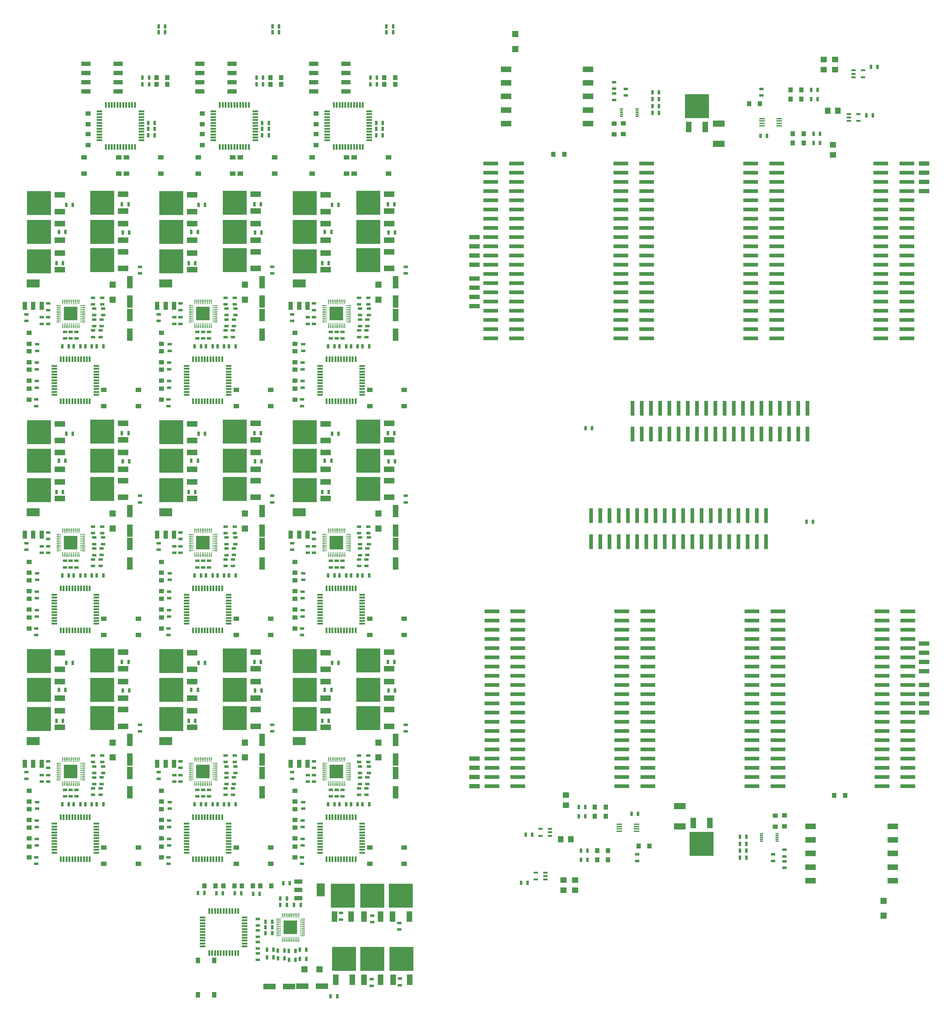
<source format=gtp>
G75*
%MOIN*%
%OFA0B0*%
%FSLAX25Y25*%
%IPPOS*%
%LPD*%
%AMOC8*
5,1,8,0,0,1.08239X$1,22.5*
%
%ADD10R,0.03150X0.04724*%
%ADD11R,0.01969X0.05906*%
%ADD12R,0.05906X0.01969*%
%ADD13R,0.05512X0.04724*%
%ADD14R,0.04724X0.05512*%
%ADD15R,0.10000X0.05000*%
%ADD16R,0.06102X0.05118*%
%ADD17R,0.26378X0.26378*%
%ADD18R,0.11811X0.06299*%
%ADD19R,0.04724X0.03150*%
%ADD20R,0.06299X0.13780*%
%ADD21R,0.06693X0.07087*%
%ADD22R,0.04800X0.08800*%
%ADD23R,0.14173X0.08661*%
%ADD24C,0.00984*%
%ADD25R,0.02657X0.00984*%
%ADD26R,0.00984X0.02657*%
%ADD27R,0.15000X0.15000*%
%ADD28C,0.01000*%
%ADD29R,0.05906X0.01772*%
%ADD30R,0.07087X0.06299*%
%ADD31R,0.06299X0.07087*%
%ADD32R,0.03819X0.01220*%
%ADD33R,0.12598X0.07087*%
%ADD34R,0.06299X0.11811*%
%ADD35R,0.04724X0.02165*%
%ADD36R,0.11496X0.05984*%
%ADD37R,0.16300X0.03900*%
%ADD38R,0.03900X0.16300*%
%ADD39R,0.11811X0.04921*%
%ADD40R,0.13780X0.06299*%
%ADD41R,0.07087X0.06693*%
%ADD42R,0.08800X0.04800*%
%ADD43R,0.08661X0.14173*%
%ADD44R,0.05118X0.06102*%
D10*
X0200798Y0148750D03*
X0207885Y0148750D03*
X0220798Y0148125D03*
X0227885Y0148125D03*
X0240798Y0148125D03*
X0247885Y0148125D03*
X0260798Y0147500D03*
X0267885Y0147500D03*
X0290173Y0142500D03*
X0290173Y0135625D03*
X0297260Y0135625D03*
X0297260Y0142500D03*
X0305173Y0135625D03*
X0312260Y0135625D03*
X0300385Y0159375D03*
X0293298Y0159375D03*
X0281301Y0117371D03*
X0281301Y0111216D03*
X0281301Y0104904D03*
X0274214Y0104904D03*
X0274214Y0111216D03*
X0274214Y0117371D03*
X0275798Y0086875D03*
X0282885Y0086875D03*
X0287570Y0085810D03*
X0294657Y0085810D03*
X0299548Y0085755D03*
X0306635Y0085755D03*
X0311423Y0086875D03*
X0318510Y0086875D03*
X0318510Y0076875D03*
X0311423Y0076875D03*
X0306676Y0076007D03*
X0299590Y0076007D03*
X0294760Y0077717D03*
X0287673Y0077717D03*
X0282885Y0078750D03*
X0275798Y0078750D03*
X0344899Y0036108D03*
X0351986Y0036108D03*
X0354573Y0245000D03*
X0349160Y0245000D03*
X0342073Y0245000D03*
X0361660Y0245000D03*
X0367073Y0245000D03*
X0374160Y0245000D03*
X0379573Y0245000D03*
X0386660Y0245000D03*
X0342777Y0335438D03*
X0335690Y0335438D03*
X0338525Y0369430D03*
X0345612Y0369430D03*
X0346448Y0398750D03*
X0353535Y0398750D03*
X0406974Y0399479D03*
X0414060Y0399479D03*
X0414785Y0368750D03*
X0407698Y0368750D03*
X0386660Y0493750D03*
X0379573Y0493750D03*
X0374160Y0493750D03*
X0367073Y0493750D03*
X0361660Y0493750D03*
X0354573Y0493750D03*
X0349160Y0493750D03*
X0342073Y0493750D03*
X0342777Y0584188D03*
X0335690Y0584188D03*
X0338525Y0618180D03*
X0345612Y0618180D03*
X0346448Y0647500D03*
X0353535Y0647500D03*
X0406974Y0648229D03*
X0414060Y0648229D03*
X0414785Y0617500D03*
X0407698Y0617500D03*
X0386660Y0742500D03*
X0379573Y0742500D03*
X0374160Y0742500D03*
X0367073Y0742500D03*
X0361660Y0742500D03*
X0354573Y0742500D03*
X0349160Y0742500D03*
X0342073Y0742500D03*
X0269060Y0648229D03*
X0261974Y0648229D03*
X0262698Y0617500D03*
X0269785Y0617500D03*
X0208535Y0647500D03*
X0201448Y0647500D03*
X0200612Y0618180D03*
X0193525Y0618180D03*
X0190690Y0584188D03*
X0197777Y0584188D03*
X0126035Y0617500D03*
X0118948Y0617500D03*
X0118224Y0648229D03*
X0125310Y0648229D03*
X0064785Y0647500D03*
X0057698Y0647500D03*
X0056862Y0618180D03*
X0049775Y0618180D03*
X0046940Y0584188D03*
X0054027Y0584188D03*
X0053323Y0493750D03*
X0060410Y0493750D03*
X0065823Y0493750D03*
X0072910Y0493750D03*
X0078323Y0493750D03*
X0085410Y0493750D03*
X0090823Y0493750D03*
X0097910Y0493750D03*
X0118224Y0399479D03*
X0125310Y0399479D03*
X0126035Y0368750D03*
X0118948Y0368750D03*
X0064785Y0398750D03*
X0057698Y0398750D03*
X0056862Y0369430D03*
X0049775Y0369430D03*
X0046940Y0335438D03*
X0054027Y0335438D03*
X0053323Y0245000D03*
X0060410Y0245000D03*
X0065823Y0245000D03*
X0072910Y0245000D03*
X0078323Y0245000D03*
X0085410Y0245000D03*
X0090823Y0245000D03*
X0097910Y0245000D03*
X0197073Y0245000D03*
X0204160Y0245000D03*
X0209573Y0245000D03*
X0216660Y0245000D03*
X0222073Y0245000D03*
X0229160Y0245000D03*
X0234573Y0245000D03*
X0241660Y0245000D03*
X0197777Y0335438D03*
X0190690Y0335438D03*
X0193525Y0369430D03*
X0200612Y0369430D03*
X0201448Y0398750D03*
X0208535Y0398750D03*
X0261974Y0399479D03*
X0269060Y0399479D03*
X0269785Y0368750D03*
X0262698Y0368750D03*
X0241660Y0493750D03*
X0234573Y0493750D03*
X0229160Y0493750D03*
X0222073Y0493750D03*
X0216660Y0493750D03*
X0209573Y0493750D03*
X0204160Y0493750D03*
X0197073Y0493750D03*
X0197073Y0742500D03*
X0204160Y0742500D03*
X0209573Y0742500D03*
X0216660Y0742500D03*
X0222073Y0742500D03*
X0229160Y0742500D03*
X0234573Y0742500D03*
X0241660Y0742500D03*
X0197777Y0832938D03*
X0190690Y0832938D03*
X0193525Y0866930D03*
X0200612Y0866930D03*
X0201448Y0896250D03*
X0208535Y0896250D03*
X0261974Y0896979D03*
X0269060Y0896979D03*
X0269785Y0866250D03*
X0262698Y0866250D03*
X0338525Y0866930D03*
X0345612Y0866930D03*
X0346448Y0896250D03*
X0353535Y0896250D03*
X0406974Y0896979D03*
X0414060Y0896979D03*
X0414785Y0866250D03*
X0407698Y0866250D03*
X0342777Y0832938D03*
X0335690Y0832938D03*
X0277585Y0971887D03*
X0270498Y0971887D03*
X0270498Y0979075D03*
X0270498Y0985325D03*
X0277585Y0985325D03*
X0277585Y0979075D03*
X0271335Y1027200D03*
X0264248Y1027200D03*
X0264248Y1034700D03*
X0271335Y1034700D03*
X0281748Y1084075D03*
X0281748Y1090325D03*
X0288835Y1090325D03*
X0288835Y1084075D03*
X0387998Y1034700D03*
X0395085Y1034700D03*
X0395085Y1027200D03*
X0387998Y1027200D03*
X0394248Y0985325D03*
X0394248Y0979075D03*
X0401335Y0979075D03*
X0401335Y0985325D03*
X0401335Y0971887D03*
X0394248Y0971887D03*
X0405498Y1084075D03*
X0405498Y1090325D03*
X0412585Y1090325D03*
X0412585Y1084075D03*
X0165085Y1084075D03*
X0165085Y1090325D03*
X0157998Y1090325D03*
X0157998Y1084075D03*
X0147585Y1034700D03*
X0140498Y1034700D03*
X0140498Y1027200D03*
X0147585Y1027200D03*
X0146748Y0985325D03*
X0146748Y0979075D03*
X0153835Y0979075D03*
X0153835Y0985325D03*
X0153835Y0971887D03*
X0146748Y0971887D03*
X0125310Y0896979D03*
X0118224Y0896979D03*
X0118948Y0866250D03*
X0126035Y0866250D03*
X0064785Y0896250D03*
X0057698Y0896250D03*
X0056862Y0866930D03*
X0049775Y0866930D03*
X0046940Y0832938D03*
X0054027Y0832938D03*
X0053323Y0742500D03*
X0060410Y0742500D03*
X0065823Y0742500D03*
X0072910Y0742500D03*
X0078323Y0742500D03*
X0085410Y0742500D03*
X0090823Y0742500D03*
X0097910Y0742500D03*
X0556748Y0211950D03*
X0563835Y0211950D03*
X0558835Y0159450D03*
X0551748Y0159450D03*
X0616748Y0184450D03*
X0623835Y0184450D03*
X0623835Y0194450D03*
X0616748Y0194450D03*
X0614248Y0231950D03*
X0621335Y0231950D03*
X0621335Y0241950D03*
X0614248Y0241950D03*
X0671748Y0234450D03*
X0678835Y0234450D03*
X0789248Y0209450D03*
X0796335Y0209450D03*
X0796335Y0201950D03*
X0789248Y0201950D03*
X0789248Y0194450D03*
X0796335Y0194450D03*
X0796335Y0186950D03*
X0789248Y0186950D03*
X0861748Y0551950D03*
X0868835Y0551950D03*
X0628835Y0653700D03*
X0621748Y0653700D03*
X0811748Y0971200D03*
X0818835Y0971200D03*
X0869248Y0973700D03*
X0876335Y0973700D03*
X0876335Y0963700D03*
X0869248Y0963700D03*
X0866748Y1011200D03*
X0873835Y1011200D03*
X0873835Y1021200D03*
X0866748Y1021200D03*
X0926748Y0993700D03*
X0933835Y0993700D03*
X0931748Y1046200D03*
X0938835Y1046200D03*
X0701335Y1018700D03*
X0694248Y1018700D03*
X0694248Y1011200D03*
X0701335Y1011200D03*
X0701335Y1003700D03*
X0694248Y1003700D03*
X0694248Y0996200D03*
X0701335Y0996200D03*
D11*
X0379790Y1005035D03*
X0376640Y1005035D03*
X0373490Y1005035D03*
X0370341Y1005035D03*
X0367191Y1005035D03*
X0364042Y1005035D03*
X0360892Y1005035D03*
X0357742Y1005035D03*
X0354593Y1005035D03*
X0351443Y1005035D03*
X0348294Y1005035D03*
X0348294Y0959365D03*
X0351443Y0959365D03*
X0354593Y0959365D03*
X0357742Y0959365D03*
X0360892Y0959365D03*
X0364042Y0959365D03*
X0367191Y0959365D03*
X0370341Y0959365D03*
X0373490Y0959365D03*
X0376640Y0959365D03*
X0379790Y0959365D03*
X0256040Y0959365D03*
X0252890Y0959365D03*
X0249740Y0959365D03*
X0246591Y0959365D03*
X0243441Y0959365D03*
X0240292Y0959365D03*
X0237142Y0959365D03*
X0233992Y0959365D03*
X0230843Y0959365D03*
X0227693Y0959365D03*
X0224544Y0959365D03*
X0224544Y1005035D03*
X0227693Y1005035D03*
X0230843Y1005035D03*
X0233992Y1005035D03*
X0237142Y1005035D03*
X0240292Y1005035D03*
X0243441Y1005035D03*
X0246591Y1005035D03*
X0249740Y1005035D03*
X0252890Y1005035D03*
X0256040Y1005035D03*
X0132290Y1005035D03*
X0129140Y1005035D03*
X0125990Y1005035D03*
X0122841Y1005035D03*
X0119691Y1005035D03*
X0116542Y1005035D03*
X0113392Y1005035D03*
X0110242Y1005035D03*
X0107093Y1005035D03*
X0103943Y1005035D03*
X0100794Y1005035D03*
X0100794Y0959365D03*
X0103943Y0959365D03*
X0107093Y0959365D03*
X0110242Y0959365D03*
X0113392Y0959365D03*
X0116542Y0959365D03*
X0119691Y0959365D03*
X0122841Y0959365D03*
X0125990Y0959365D03*
X0129140Y0959365D03*
X0132290Y0959365D03*
X0083240Y0728460D03*
X0080090Y0728460D03*
X0076940Y0728460D03*
X0073791Y0728460D03*
X0070641Y0728460D03*
X0067492Y0728460D03*
X0064342Y0728460D03*
X0061192Y0728460D03*
X0058043Y0728460D03*
X0054893Y0728460D03*
X0051744Y0728460D03*
X0051744Y0682790D03*
X0054893Y0682790D03*
X0058043Y0682790D03*
X0061192Y0682790D03*
X0064342Y0682790D03*
X0067492Y0682790D03*
X0070641Y0682790D03*
X0073791Y0682790D03*
X0076940Y0682790D03*
X0080090Y0682790D03*
X0083240Y0682790D03*
X0195494Y0682790D03*
X0198643Y0682790D03*
X0201793Y0682790D03*
X0204942Y0682790D03*
X0208092Y0682790D03*
X0211242Y0682790D03*
X0214391Y0682790D03*
X0217541Y0682790D03*
X0220690Y0682790D03*
X0223840Y0682790D03*
X0226990Y0682790D03*
X0226990Y0728460D03*
X0223840Y0728460D03*
X0220690Y0728460D03*
X0217541Y0728460D03*
X0214391Y0728460D03*
X0211242Y0728460D03*
X0208092Y0728460D03*
X0204942Y0728460D03*
X0201793Y0728460D03*
X0198643Y0728460D03*
X0195494Y0728460D03*
X0340494Y0728460D03*
X0343643Y0728460D03*
X0346793Y0728460D03*
X0349942Y0728460D03*
X0353092Y0728460D03*
X0356242Y0728460D03*
X0359391Y0728460D03*
X0362541Y0728460D03*
X0365690Y0728460D03*
X0368840Y0728460D03*
X0371990Y0728460D03*
X0371990Y0682790D03*
X0368840Y0682790D03*
X0365690Y0682790D03*
X0362541Y0682790D03*
X0359391Y0682790D03*
X0356242Y0682790D03*
X0353092Y0682790D03*
X0349942Y0682790D03*
X0346793Y0682790D03*
X0343643Y0682790D03*
X0340494Y0682790D03*
X0340494Y0479710D03*
X0343643Y0479710D03*
X0346793Y0479710D03*
X0349942Y0479710D03*
X0353092Y0479710D03*
X0356242Y0479710D03*
X0359391Y0479710D03*
X0362541Y0479710D03*
X0365690Y0479710D03*
X0368840Y0479710D03*
X0371990Y0479710D03*
X0371990Y0434040D03*
X0368840Y0434040D03*
X0365690Y0434040D03*
X0362541Y0434040D03*
X0359391Y0434040D03*
X0356242Y0434040D03*
X0353092Y0434040D03*
X0349942Y0434040D03*
X0346793Y0434040D03*
X0343643Y0434040D03*
X0340494Y0434040D03*
X0226990Y0434040D03*
X0223840Y0434040D03*
X0220690Y0434040D03*
X0217541Y0434040D03*
X0214391Y0434040D03*
X0211242Y0434040D03*
X0208092Y0434040D03*
X0204942Y0434040D03*
X0201793Y0434040D03*
X0198643Y0434040D03*
X0195494Y0434040D03*
X0195494Y0479710D03*
X0198643Y0479710D03*
X0201793Y0479710D03*
X0204942Y0479710D03*
X0208092Y0479710D03*
X0211242Y0479710D03*
X0214391Y0479710D03*
X0217541Y0479710D03*
X0220690Y0479710D03*
X0223840Y0479710D03*
X0226990Y0479710D03*
X0083240Y0479710D03*
X0080090Y0479710D03*
X0076940Y0479710D03*
X0073791Y0479710D03*
X0070641Y0479710D03*
X0067492Y0479710D03*
X0064342Y0479710D03*
X0061192Y0479710D03*
X0058043Y0479710D03*
X0054893Y0479710D03*
X0051744Y0479710D03*
X0051744Y0434040D03*
X0054893Y0434040D03*
X0058043Y0434040D03*
X0061192Y0434040D03*
X0064342Y0434040D03*
X0067492Y0434040D03*
X0070641Y0434040D03*
X0073791Y0434040D03*
X0076940Y0434040D03*
X0080090Y0434040D03*
X0083240Y0434040D03*
X0083240Y0230960D03*
X0080090Y0230960D03*
X0076940Y0230960D03*
X0073791Y0230960D03*
X0070641Y0230960D03*
X0067492Y0230960D03*
X0064342Y0230960D03*
X0061192Y0230960D03*
X0058043Y0230960D03*
X0054893Y0230960D03*
X0051744Y0230960D03*
X0051744Y0185290D03*
X0054893Y0185290D03*
X0058043Y0185290D03*
X0061192Y0185290D03*
X0064342Y0185290D03*
X0067492Y0185290D03*
X0070641Y0185290D03*
X0073791Y0185290D03*
X0076940Y0185290D03*
X0080090Y0185290D03*
X0083240Y0185290D03*
X0195494Y0185290D03*
X0198643Y0185290D03*
X0201793Y0185290D03*
X0204942Y0185290D03*
X0208092Y0185290D03*
X0211242Y0185290D03*
X0214391Y0185290D03*
X0217541Y0185290D03*
X0220690Y0185290D03*
X0223840Y0185290D03*
X0226990Y0185290D03*
X0226990Y0230960D03*
X0223840Y0230960D03*
X0220690Y0230960D03*
X0217541Y0230960D03*
X0214391Y0230960D03*
X0211242Y0230960D03*
X0208092Y0230960D03*
X0204942Y0230960D03*
X0201793Y0230960D03*
X0198643Y0230960D03*
X0195494Y0230960D03*
X0212969Y0129085D03*
X0216118Y0129085D03*
X0219268Y0129085D03*
X0222417Y0129085D03*
X0225567Y0129085D03*
X0228717Y0129085D03*
X0231866Y0129085D03*
X0235016Y0129085D03*
X0238165Y0129085D03*
X0241315Y0129085D03*
X0244465Y0129085D03*
X0244465Y0083415D03*
X0241315Y0083415D03*
X0238165Y0083415D03*
X0235016Y0083415D03*
X0231866Y0083415D03*
X0228717Y0083415D03*
X0225567Y0083415D03*
X0222417Y0083415D03*
X0219268Y0083415D03*
X0216118Y0083415D03*
X0212969Y0083415D03*
X0340494Y0185290D03*
X0343643Y0185290D03*
X0346793Y0185290D03*
X0349942Y0185290D03*
X0353092Y0185290D03*
X0356242Y0185290D03*
X0359391Y0185290D03*
X0362541Y0185290D03*
X0365690Y0185290D03*
X0368840Y0185290D03*
X0371990Y0185290D03*
X0371990Y0230960D03*
X0368840Y0230960D03*
X0365690Y0230960D03*
X0362541Y0230960D03*
X0359391Y0230960D03*
X0356242Y0230960D03*
X0353092Y0230960D03*
X0349942Y0230960D03*
X0346793Y0230960D03*
X0343643Y0230960D03*
X0340494Y0230960D03*
D12*
X0333407Y0223873D03*
X0333407Y0220723D03*
X0333407Y0217574D03*
X0333407Y0214424D03*
X0333407Y0211275D03*
X0333407Y0208125D03*
X0333407Y0204975D03*
X0333407Y0201826D03*
X0333407Y0198676D03*
X0333407Y0195527D03*
X0333407Y0192377D03*
X0379076Y0192377D03*
X0379076Y0195527D03*
X0379076Y0198676D03*
X0379076Y0201826D03*
X0379076Y0204975D03*
X0379076Y0208125D03*
X0379076Y0211275D03*
X0379076Y0214424D03*
X0379076Y0217574D03*
X0379076Y0220723D03*
X0379076Y0223873D03*
X0251551Y0121998D03*
X0251551Y0118848D03*
X0251551Y0115699D03*
X0251551Y0112549D03*
X0251551Y0109400D03*
X0251551Y0106250D03*
X0251551Y0103100D03*
X0251551Y0099951D03*
X0251551Y0096801D03*
X0251551Y0093652D03*
X0251551Y0090502D03*
X0205882Y0090502D03*
X0205882Y0093652D03*
X0205882Y0096801D03*
X0205882Y0099951D03*
X0205882Y0103100D03*
X0205882Y0106250D03*
X0205882Y0109400D03*
X0205882Y0112549D03*
X0205882Y0115699D03*
X0205882Y0118848D03*
X0205882Y0121998D03*
X0188407Y0192377D03*
X0188407Y0195527D03*
X0188407Y0198676D03*
X0188407Y0201826D03*
X0188407Y0204975D03*
X0188407Y0208125D03*
X0188407Y0211275D03*
X0188407Y0214424D03*
X0188407Y0217574D03*
X0188407Y0220723D03*
X0188407Y0223873D03*
X0234076Y0223873D03*
X0234076Y0220723D03*
X0234076Y0217574D03*
X0234076Y0214424D03*
X0234076Y0211275D03*
X0234076Y0208125D03*
X0234076Y0204975D03*
X0234076Y0201826D03*
X0234076Y0198676D03*
X0234076Y0195527D03*
X0234076Y0192377D03*
X0090326Y0192377D03*
X0090326Y0195527D03*
X0090326Y0198676D03*
X0090326Y0201826D03*
X0090326Y0204975D03*
X0090326Y0208125D03*
X0090326Y0211275D03*
X0090326Y0214424D03*
X0090326Y0217574D03*
X0090326Y0220723D03*
X0090326Y0223873D03*
X0044657Y0223873D03*
X0044657Y0220723D03*
X0044657Y0217574D03*
X0044657Y0214424D03*
X0044657Y0211275D03*
X0044657Y0208125D03*
X0044657Y0204975D03*
X0044657Y0201826D03*
X0044657Y0198676D03*
X0044657Y0195527D03*
X0044657Y0192377D03*
X0044657Y0441127D03*
X0044657Y0444277D03*
X0044657Y0447426D03*
X0044657Y0450576D03*
X0044657Y0453725D03*
X0044657Y0456875D03*
X0044657Y0460025D03*
X0044657Y0463174D03*
X0044657Y0466324D03*
X0044657Y0469473D03*
X0044657Y0472623D03*
X0090326Y0472623D03*
X0090326Y0469473D03*
X0090326Y0466324D03*
X0090326Y0463174D03*
X0090326Y0460025D03*
X0090326Y0456875D03*
X0090326Y0453725D03*
X0090326Y0450576D03*
X0090326Y0447426D03*
X0090326Y0444277D03*
X0090326Y0441127D03*
X0188407Y0441127D03*
X0188407Y0444277D03*
X0188407Y0447426D03*
X0188407Y0450576D03*
X0188407Y0453725D03*
X0188407Y0456875D03*
X0188407Y0460025D03*
X0188407Y0463174D03*
X0188407Y0466324D03*
X0188407Y0469473D03*
X0188407Y0472623D03*
X0234076Y0472623D03*
X0234076Y0469473D03*
X0234076Y0466324D03*
X0234076Y0463174D03*
X0234076Y0460025D03*
X0234076Y0456875D03*
X0234076Y0453725D03*
X0234076Y0450576D03*
X0234076Y0447426D03*
X0234076Y0444277D03*
X0234076Y0441127D03*
X0333407Y0441127D03*
X0333407Y0444277D03*
X0333407Y0447426D03*
X0333407Y0450576D03*
X0333407Y0453725D03*
X0333407Y0456875D03*
X0333407Y0460025D03*
X0333407Y0463174D03*
X0333407Y0466324D03*
X0333407Y0469473D03*
X0333407Y0472623D03*
X0379076Y0472623D03*
X0379076Y0469473D03*
X0379076Y0466324D03*
X0379076Y0463174D03*
X0379076Y0460025D03*
X0379076Y0456875D03*
X0379076Y0453725D03*
X0379076Y0450576D03*
X0379076Y0447426D03*
X0379076Y0444277D03*
X0379076Y0441127D03*
X0379076Y0689877D03*
X0379076Y0693027D03*
X0379076Y0696176D03*
X0379076Y0699326D03*
X0379076Y0702475D03*
X0379076Y0705625D03*
X0379076Y0708775D03*
X0379076Y0711924D03*
X0379076Y0715074D03*
X0379076Y0718223D03*
X0379076Y0721373D03*
X0333407Y0721373D03*
X0333407Y0718223D03*
X0333407Y0715074D03*
X0333407Y0711924D03*
X0333407Y0708775D03*
X0333407Y0705625D03*
X0333407Y0702475D03*
X0333407Y0699326D03*
X0333407Y0696176D03*
X0333407Y0693027D03*
X0333407Y0689877D03*
X0234076Y0689877D03*
X0234076Y0693027D03*
X0234076Y0696176D03*
X0234076Y0699326D03*
X0234076Y0702475D03*
X0234076Y0705625D03*
X0234076Y0708775D03*
X0234076Y0711924D03*
X0234076Y0715074D03*
X0234076Y0718223D03*
X0234076Y0721373D03*
X0188407Y0721373D03*
X0188407Y0718223D03*
X0188407Y0715074D03*
X0188407Y0711924D03*
X0188407Y0708775D03*
X0188407Y0705625D03*
X0188407Y0702475D03*
X0188407Y0699326D03*
X0188407Y0696176D03*
X0188407Y0693027D03*
X0188407Y0689877D03*
X0090326Y0689877D03*
X0090326Y0693027D03*
X0090326Y0696176D03*
X0090326Y0699326D03*
X0090326Y0702475D03*
X0090326Y0705625D03*
X0090326Y0708775D03*
X0090326Y0711924D03*
X0090326Y0715074D03*
X0090326Y0718223D03*
X0090326Y0721373D03*
X0044657Y0721373D03*
X0044657Y0718223D03*
X0044657Y0715074D03*
X0044657Y0711924D03*
X0044657Y0708775D03*
X0044657Y0705625D03*
X0044657Y0702475D03*
X0044657Y0699326D03*
X0044657Y0696176D03*
X0044657Y0693027D03*
X0044657Y0689877D03*
X0093707Y0966452D03*
X0093707Y0969602D03*
X0093707Y0972751D03*
X0093707Y0975901D03*
X0093707Y0979050D03*
X0093707Y0982200D03*
X0093707Y0985350D03*
X0093707Y0988499D03*
X0093707Y0991649D03*
X0093707Y0994798D03*
X0093707Y0997948D03*
X0139376Y0997948D03*
X0139376Y0994798D03*
X0139376Y0991649D03*
X0139376Y0988499D03*
X0139376Y0985350D03*
X0139376Y0982200D03*
X0139376Y0979050D03*
X0139376Y0975901D03*
X0139376Y0972751D03*
X0139376Y0969602D03*
X0139376Y0966452D03*
X0217457Y0966452D03*
X0217457Y0969602D03*
X0217457Y0972751D03*
X0217457Y0975901D03*
X0217457Y0979050D03*
X0217457Y0982200D03*
X0217457Y0985350D03*
X0217457Y0988499D03*
X0217457Y0991649D03*
X0217457Y0994798D03*
X0217457Y0997948D03*
X0263126Y0997948D03*
X0263126Y0994798D03*
X0263126Y0991649D03*
X0263126Y0988499D03*
X0263126Y0985350D03*
X0263126Y0982200D03*
X0263126Y0979050D03*
X0263126Y0975901D03*
X0263126Y0972751D03*
X0263126Y0969602D03*
X0263126Y0966452D03*
X0341207Y0966452D03*
X0341207Y0969602D03*
X0341207Y0972751D03*
X0341207Y0975901D03*
X0341207Y0979050D03*
X0341207Y0982200D03*
X0341207Y0985350D03*
X0341207Y0988499D03*
X0341207Y0991649D03*
X0341207Y0994798D03*
X0341207Y0997948D03*
X0386876Y0997948D03*
X0386876Y0994798D03*
X0386876Y0991649D03*
X0386876Y0988499D03*
X0386876Y0985350D03*
X0386876Y0982200D03*
X0386876Y0979050D03*
X0386876Y0975901D03*
X0386876Y0972751D03*
X0386876Y0969602D03*
X0386876Y0966452D03*
D13*
X0329042Y0961294D03*
X0329042Y0973106D03*
X0329042Y0983794D03*
X0329042Y0995606D03*
X0205292Y0995606D03*
X0205292Y0983794D03*
X0205292Y0973106D03*
X0205292Y0961294D03*
X0081542Y0961294D03*
X0081542Y0973106D03*
X0081542Y0983794D03*
X0081542Y0995606D03*
X0017492Y0757156D03*
X0017492Y0745344D03*
X0017492Y0737156D03*
X0017492Y0725344D03*
X0017492Y0717156D03*
X0017492Y0705344D03*
X0017492Y0696531D03*
X0017492Y0684719D03*
X0161242Y0684719D03*
X0161242Y0696531D03*
X0161242Y0705344D03*
X0161242Y0717156D03*
X0161242Y0725344D03*
X0161242Y0737156D03*
X0161242Y0745344D03*
X0161242Y0757156D03*
X0306242Y0757156D03*
X0306242Y0745344D03*
X0306242Y0737156D03*
X0306242Y0725344D03*
X0306242Y0717156D03*
X0306242Y0705344D03*
X0306242Y0696531D03*
X0306242Y0684719D03*
X0306242Y0508406D03*
X0306242Y0496594D03*
X0306242Y0488406D03*
X0306242Y0476594D03*
X0306242Y0468406D03*
X0306242Y0456594D03*
X0306242Y0447781D03*
X0306242Y0435969D03*
X0161242Y0435969D03*
X0161242Y0447781D03*
X0161242Y0456594D03*
X0161242Y0468406D03*
X0161242Y0476594D03*
X0161242Y0488406D03*
X0161242Y0496594D03*
X0161242Y0508406D03*
X0017492Y0508406D03*
X0017492Y0496594D03*
X0017492Y0488406D03*
X0017492Y0476594D03*
X0017492Y0468406D03*
X0017492Y0456594D03*
X0017492Y0447781D03*
X0017492Y0435969D03*
X0017492Y0259656D03*
X0017492Y0247844D03*
X0017492Y0239656D03*
X0017492Y0227844D03*
X0017492Y0219656D03*
X0017492Y0207844D03*
X0017492Y0199031D03*
X0017492Y0187219D03*
X0161242Y0187219D03*
X0161242Y0199031D03*
X0161242Y0207844D03*
X0161242Y0219656D03*
X0161242Y0227844D03*
X0161242Y0239656D03*
X0161242Y0247844D03*
X0161242Y0259656D03*
X0306242Y0259656D03*
X0306242Y0247844D03*
X0306242Y0239656D03*
X0306242Y0227844D03*
X0306242Y0219656D03*
X0306242Y0207844D03*
X0306242Y0199031D03*
X0306242Y0187219D03*
X0827792Y0220732D03*
X0837792Y0221044D03*
X0837792Y0232856D03*
X0827792Y0232543D03*
X0662792Y0973107D03*
X0652792Y0972794D03*
X0652792Y0984606D03*
X0662792Y0984918D03*
D14*
X0598697Y0951200D03*
X0586886Y0951200D03*
X0414947Y1027200D03*
X0414947Y1034700D03*
X0403136Y1034700D03*
X0403136Y1027200D03*
X0291197Y1027200D03*
X0291197Y1034700D03*
X0279386Y1034700D03*
X0279386Y1027200D03*
X0167447Y1027200D03*
X0167447Y1034700D03*
X0155636Y1034700D03*
X0155636Y1027200D03*
X0799386Y1006200D03*
X0811197Y1006200D03*
X0844386Y1011200D03*
X0844386Y1021200D03*
X0856197Y1021200D03*
X0856197Y1011200D03*
X0858697Y0973700D03*
X0858697Y0963700D03*
X0846886Y0963700D03*
X0846886Y0973700D03*
X0891886Y0254450D03*
X0903697Y0254450D03*
X0691197Y0199450D03*
X0679386Y0199450D03*
X0646197Y0194450D03*
X0646197Y0184450D03*
X0634386Y0184450D03*
X0634386Y0194450D03*
X0631886Y0231950D03*
X0631886Y0241950D03*
X0643697Y0241950D03*
X0643697Y0231950D03*
X0280247Y0156250D03*
X0268436Y0156250D03*
X0260247Y0156250D03*
X0248436Y0156250D03*
X0240247Y0156250D03*
X0228436Y0156250D03*
X0219622Y0156250D03*
X0207811Y0156250D03*
D15*
X0202792Y1019700D03*
X0202792Y1029700D03*
X0202792Y1039700D03*
X0202792Y1049700D03*
X0237792Y1049700D03*
X0237792Y1039700D03*
X0237792Y1029700D03*
X0237792Y1019700D03*
X0326542Y1019700D03*
X0326542Y1029700D03*
X0326542Y1039700D03*
X0326542Y1049700D03*
X0361542Y1049700D03*
X0361542Y1039700D03*
X0361542Y1029700D03*
X0361542Y1019700D03*
X0114042Y1019700D03*
X0114042Y1029700D03*
X0114042Y1039700D03*
X0114042Y1049700D03*
X0079042Y1049700D03*
X0079042Y1039700D03*
X0079042Y1029700D03*
X0079042Y1019700D03*
D16*
X0077216Y0948058D03*
X0077216Y0930342D03*
X0114617Y0930342D03*
X0122935Y0930342D03*
X0122935Y0948058D03*
X0114617Y0948058D03*
X0160337Y0948058D03*
X0160337Y0930342D03*
X0200966Y0930342D03*
X0200966Y0948058D03*
X0238367Y0948058D03*
X0246685Y0948058D03*
X0246685Y0930342D03*
X0238367Y0930342D03*
X0284087Y0930342D03*
X0284087Y0948058D03*
X0324716Y0948058D03*
X0324716Y0930342D03*
X0362117Y0930342D03*
X0370435Y0930342D03*
X0370435Y0948058D03*
X0362117Y0948058D03*
X0407837Y0948058D03*
X0407837Y0930342D03*
X0424687Y0695340D03*
X0424687Y0677623D03*
X0387285Y0677623D03*
X0387285Y0695340D03*
X0279687Y0695340D03*
X0279687Y0677623D03*
X0242285Y0677623D03*
X0242285Y0695340D03*
X0135937Y0695340D03*
X0135937Y0677623D03*
X0098535Y0677623D03*
X0098535Y0695340D03*
X0098535Y0446590D03*
X0098535Y0428873D03*
X0135937Y0428873D03*
X0135937Y0446590D03*
X0242285Y0446590D03*
X0242285Y0428873D03*
X0279687Y0428873D03*
X0279687Y0446590D03*
X0387285Y0446590D03*
X0387285Y0428873D03*
X0424687Y0428873D03*
X0424687Y0446590D03*
X0424687Y0197840D03*
X0424687Y0180123D03*
X0387285Y0180123D03*
X0387285Y0197840D03*
X0279687Y0197840D03*
X0279687Y0180123D03*
X0242285Y0180123D03*
X0242285Y0197840D03*
X0135937Y0197840D03*
X0135937Y0180123D03*
X0098535Y0180123D03*
X0098535Y0197840D03*
D17*
X0096867Y0338750D03*
X0096867Y0369375D03*
X0096867Y0401250D03*
X0028117Y0400625D03*
X0028117Y0369375D03*
X0028117Y0337500D03*
X0171867Y0337500D03*
X0171867Y0369375D03*
X0171867Y0400625D03*
X0240617Y0401250D03*
X0240617Y0369375D03*
X0240617Y0338750D03*
X0316867Y0337500D03*
X0316867Y0369375D03*
X0316867Y0400625D03*
X0385617Y0401250D03*
X0385617Y0369375D03*
X0385617Y0338750D03*
X0389967Y0145625D03*
X0421217Y0145625D03*
X0358092Y0145625D03*
X0359342Y0076875D03*
X0389967Y0076875D03*
X0421842Y0076875D03*
X0747792Y0201950D03*
X0385617Y0587500D03*
X0385617Y0618125D03*
X0385617Y0650000D03*
X0316867Y0649375D03*
X0316867Y0618125D03*
X0316867Y0586250D03*
X0240617Y0587500D03*
X0240617Y0618125D03*
X0240617Y0650000D03*
X0171867Y0649375D03*
X0171867Y0618125D03*
X0171867Y0586250D03*
X0096867Y0587500D03*
X0096867Y0618125D03*
X0096867Y0650000D03*
X0028117Y0649375D03*
X0028117Y0618125D03*
X0028117Y0586250D03*
X0028117Y0835000D03*
X0028117Y0866875D03*
X0028117Y0898125D03*
X0096867Y0898750D03*
X0096867Y0866875D03*
X0096867Y0836250D03*
X0171867Y0835000D03*
X0171867Y0866875D03*
X0171867Y0898125D03*
X0240617Y0898750D03*
X0240617Y0866875D03*
X0240617Y0836250D03*
X0316867Y0835000D03*
X0316867Y0866875D03*
X0316867Y0898125D03*
X0385617Y0898750D03*
X0385617Y0866875D03*
X0385617Y0836250D03*
X0742792Y1003700D03*
D18*
X0408254Y0907805D03*
X0408254Y0889695D03*
X0408254Y0875930D03*
X0408254Y0857820D03*
X0408254Y0845305D03*
X0408254Y0827195D03*
X0339504Y0825945D03*
X0339504Y0844055D03*
X0339504Y0857820D03*
X0339504Y0875930D03*
X0339504Y0889070D03*
X0339504Y0907180D03*
X0263254Y0907805D03*
X0263254Y0889695D03*
X0263254Y0875930D03*
X0263254Y0857820D03*
X0263254Y0845305D03*
X0263254Y0827195D03*
X0194504Y0825945D03*
X0194504Y0844055D03*
X0194504Y0857820D03*
X0194504Y0875930D03*
X0194504Y0889070D03*
X0194504Y0907180D03*
X0119504Y0907805D03*
X0119504Y0889695D03*
X0119504Y0875930D03*
X0119504Y0857820D03*
X0119504Y0845305D03*
X0119504Y0827195D03*
X0050754Y0825945D03*
X0050754Y0844055D03*
X0050754Y0857820D03*
X0050754Y0875930D03*
X0050754Y0889070D03*
X0050754Y0907180D03*
X0050754Y0658430D03*
X0050754Y0640320D03*
X0050754Y0627180D03*
X0050754Y0609070D03*
X0050754Y0595305D03*
X0050754Y0577195D03*
X0119504Y0578445D03*
X0119504Y0596555D03*
X0119504Y0609070D03*
X0119504Y0627180D03*
X0119504Y0640945D03*
X0119504Y0659055D03*
X0194504Y0658430D03*
X0194504Y0640320D03*
X0194504Y0627180D03*
X0194504Y0609070D03*
X0194504Y0595305D03*
X0194504Y0577195D03*
X0263254Y0578445D03*
X0263254Y0596555D03*
X0263254Y0609070D03*
X0263254Y0627180D03*
X0263254Y0640945D03*
X0263254Y0659055D03*
X0339504Y0658430D03*
X0339504Y0640320D03*
X0339504Y0627180D03*
X0339504Y0609070D03*
X0339504Y0595305D03*
X0339504Y0577195D03*
X0408254Y0578445D03*
X0408254Y0596555D03*
X0408254Y0609070D03*
X0408254Y0627180D03*
X0408254Y0640945D03*
X0408254Y0659055D03*
X0408254Y0410305D03*
X0408254Y0392195D03*
X0408254Y0378430D03*
X0408254Y0360320D03*
X0408254Y0347805D03*
X0408254Y0329695D03*
X0339504Y0328445D03*
X0339504Y0346555D03*
X0339504Y0360320D03*
X0339504Y0378430D03*
X0339504Y0391570D03*
X0339504Y0409680D03*
X0263254Y0410305D03*
X0263254Y0392195D03*
X0263254Y0378430D03*
X0263254Y0360320D03*
X0263254Y0347805D03*
X0263254Y0329695D03*
X0194504Y0328445D03*
X0194504Y0346555D03*
X0194504Y0360320D03*
X0194504Y0378430D03*
X0194504Y0391570D03*
X0194504Y0409680D03*
X0119504Y0410305D03*
X0119504Y0392195D03*
X0119504Y0378430D03*
X0119504Y0360320D03*
X0119504Y0347805D03*
X0119504Y0329695D03*
X0050754Y0328445D03*
X0050754Y0346555D03*
X0050754Y0360320D03*
X0050754Y0378430D03*
X0050754Y0391570D03*
X0050754Y0409680D03*
D19*
X0024992Y0180207D03*
X0024992Y0187293D03*
X0025617Y0200207D03*
X0025617Y0207293D03*
X0025617Y0220207D03*
X0025617Y0227293D03*
X0026242Y0240207D03*
X0026242Y0247293D03*
X0031242Y0269582D03*
X0038117Y0269582D03*
X0038117Y0276668D03*
X0031242Y0276668D03*
X0038117Y0284582D03*
X0038117Y0291668D03*
X0014367Y0279793D03*
X0014367Y0272707D03*
X0056371Y0260709D03*
X0062526Y0260709D03*
X0068837Y0260709D03*
X0068837Y0253622D03*
X0062526Y0253622D03*
X0056371Y0253622D03*
X0086867Y0255207D03*
X0086867Y0262293D03*
X0087932Y0266978D03*
X0087932Y0274065D03*
X0087987Y0278957D03*
X0087987Y0286043D03*
X0086867Y0290832D03*
X0086867Y0297918D03*
X0096867Y0297918D03*
X0096867Y0290832D03*
X0097735Y0286085D03*
X0097735Y0278998D03*
X0096025Y0274168D03*
X0096025Y0267082D03*
X0094992Y0262293D03*
X0094992Y0255207D03*
X0158117Y0272707D03*
X0158117Y0279793D03*
X0174992Y0276668D03*
X0181867Y0276668D03*
X0181867Y0269582D03*
X0174992Y0269582D03*
X0181867Y0284582D03*
X0181867Y0291668D03*
X0200121Y0260709D03*
X0206276Y0260709D03*
X0212587Y0260709D03*
X0212587Y0253622D03*
X0206276Y0253622D03*
X0200121Y0253622D03*
X0230617Y0255207D03*
X0230617Y0262293D03*
X0231682Y0266978D03*
X0231682Y0274065D03*
X0231737Y0278957D03*
X0231737Y0286043D03*
X0230617Y0290832D03*
X0230617Y0297918D03*
X0240617Y0297918D03*
X0240617Y0290832D03*
X0241485Y0286085D03*
X0241485Y0278998D03*
X0239775Y0274168D03*
X0239775Y0267082D03*
X0238742Y0262293D03*
X0238742Y0255207D03*
X0169992Y0247293D03*
X0169992Y0240207D03*
X0169367Y0227293D03*
X0169367Y0220207D03*
X0169367Y0207293D03*
X0169367Y0200207D03*
X0168742Y0187293D03*
X0168742Y0180207D03*
X0265592Y0120418D03*
X0265592Y0113332D03*
X0265592Y0107918D03*
X0265592Y0100832D03*
X0265592Y0095418D03*
X0265592Y0088332D03*
X0265592Y0082918D03*
X0265592Y0075832D03*
X0356030Y0119715D03*
X0356030Y0126802D03*
X0390022Y0123967D03*
X0390022Y0116880D03*
X0419342Y0116043D03*
X0419342Y0108957D03*
X0420071Y0055518D03*
X0420071Y0048431D03*
X0389342Y0047707D03*
X0389342Y0054793D03*
X0313742Y0180207D03*
X0313742Y0187293D03*
X0314367Y0200207D03*
X0314367Y0207293D03*
X0314367Y0220207D03*
X0314367Y0227293D03*
X0314992Y0240207D03*
X0314992Y0247293D03*
X0319992Y0269582D03*
X0326867Y0269582D03*
X0326867Y0276668D03*
X0319992Y0276668D03*
X0326867Y0284582D03*
X0326867Y0291668D03*
X0303117Y0279793D03*
X0303117Y0272707D03*
X0345121Y0260709D03*
X0351276Y0260709D03*
X0357587Y0260709D03*
X0357587Y0253622D03*
X0351276Y0253622D03*
X0345121Y0253622D03*
X0375617Y0255207D03*
X0375617Y0262293D03*
X0376682Y0266978D03*
X0376682Y0274065D03*
X0376737Y0278957D03*
X0376737Y0286043D03*
X0375617Y0290832D03*
X0375617Y0297918D03*
X0385617Y0297918D03*
X0385617Y0290832D03*
X0386485Y0286085D03*
X0386485Y0278998D03*
X0384775Y0274168D03*
X0384775Y0267082D03*
X0383742Y0262293D03*
X0383742Y0255207D03*
X0426384Y0324308D03*
X0426384Y0331394D03*
X0313742Y0428957D03*
X0313742Y0436043D03*
X0314367Y0448957D03*
X0314367Y0456043D03*
X0314367Y0468957D03*
X0314367Y0476043D03*
X0314992Y0488957D03*
X0314992Y0496043D03*
X0319992Y0518332D03*
X0326867Y0518332D03*
X0326867Y0525418D03*
X0319992Y0525418D03*
X0326867Y0533332D03*
X0326867Y0540418D03*
X0303117Y0528543D03*
X0303117Y0521457D03*
X0345121Y0509459D03*
X0351276Y0509459D03*
X0357587Y0509459D03*
X0357587Y0502372D03*
X0351276Y0502372D03*
X0345121Y0502372D03*
X0375617Y0503957D03*
X0375617Y0511043D03*
X0376682Y0515728D03*
X0376682Y0522815D03*
X0376737Y0527707D03*
X0376737Y0534793D03*
X0375617Y0539582D03*
X0375617Y0546668D03*
X0385617Y0546668D03*
X0385617Y0539582D03*
X0386485Y0534835D03*
X0386485Y0527748D03*
X0384775Y0522918D03*
X0384775Y0515832D03*
X0383742Y0511043D03*
X0383742Y0503957D03*
X0426384Y0573058D03*
X0426384Y0580144D03*
X0313742Y0677707D03*
X0313742Y0684793D03*
X0314367Y0697707D03*
X0314367Y0704793D03*
X0314367Y0717707D03*
X0314367Y0724793D03*
X0314992Y0737707D03*
X0314992Y0744793D03*
X0319992Y0767082D03*
X0326867Y0767082D03*
X0326867Y0774168D03*
X0319992Y0774168D03*
X0326867Y0782082D03*
X0326867Y0789168D03*
X0303117Y0777293D03*
X0303117Y0770207D03*
X0345121Y0758209D03*
X0351276Y0758209D03*
X0357587Y0758209D03*
X0357587Y0751122D03*
X0351276Y0751122D03*
X0345121Y0751122D03*
X0375617Y0752707D03*
X0375617Y0759793D03*
X0376682Y0764478D03*
X0376682Y0771565D03*
X0376737Y0776457D03*
X0376737Y0783543D03*
X0375617Y0788332D03*
X0375617Y0795418D03*
X0385617Y0795418D03*
X0385617Y0788332D03*
X0386485Y0783585D03*
X0386485Y0776498D03*
X0384775Y0771668D03*
X0384775Y0764582D03*
X0383742Y0759793D03*
X0383742Y0752707D03*
X0426384Y0821808D03*
X0426384Y0828894D03*
X0281384Y0828894D03*
X0281384Y0821808D03*
X0240617Y0795418D03*
X0240617Y0788332D03*
X0241485Y0783585D03*
X0241485Y0776498D03*
X0239775Y0771668D03*
X0239775Y0764582D03*
X0238742Y0759793D03*
X0238742Y0752707D03*
X0230617Y0752707D03*
X0230617Y0759793D03*
X0231682Y0764478D03*
X0231682Y0771565D03*
X0231737Y0776457D03*
X0231737Y0783543D03*
X0230617Y0788332D03*
X0230617Y0795418D03*
X0212587Y0758209D03*
X0206276Y0758209D03*
X0200121Y0758209D03*
X0200121Y0751122D03*
X0206276Y0751122D03*
X0212587Y0751122D03*
X0181867Y0767082D03*
X0174992Y0767082D03*
X0174992Y0774168D03*
X0181867Y0774168D03*
X0181867Y0782082D03*
X0181867Y0789168D03*
X0158117Y0777293D03*
X0158117Y0770207D03*
X0169992Y0744793D03*
X0169992Y0737707D03*
X0169367Y0724793D03*
X0169367Y0717707D03*
X0169367Y0704793D03*
X0169367Y0697707D03*
X0168742Y0684793D03*
X0168742Y0677707D03*
X0094992Y0752707D03*
X0094992Y0759793D03*
X0096025Y0764582D03*
X0096025Y0771668D03*
X0097735Y0776498D03*
X0097735Y0783585D03*
X0096867Y0788332D03*
X0096867Y0795418D03*
X0086867Y0795418D03*
X0086867Y0788332D03*
X0087987Y0783543D03*
X0087987Y0776457D03*
X0087932Y0771565D03*
X0087932Y0764478D03*
X0086867Y0759793D03*
X0086867Y0752707D03*
X0068837Y0751122D03*
X0062526Y0751122D03*
X0056371Y0751122D03*
X0056371Y0758209D03*
X0062526Y0758209D03*
X0068837Y0758209D03*
X0038117Y0767082D03*
X0031242Y0767082D03*
X0031242Y0774168D03*
X0038117Y0774168D03*
X0038117Y0782082D03*
X0038117Y0789168D03*
X0014367Y0777293D03*
X0014367Y0770207D03*
X0026242Y0744793D03*
X0026242Y0737707D03*
X0025617Y0724793D03*
X0025617Y0717707D03*
X0025617Y0704793D03*
X0025617Y0697707D03*
X0024992Y0684793D03*
X0024992Y0677707D03*
X0038117Y0540418D03*
X0038117Y0533332D03*
X0038117Y0525418D03*
X0031242Y0525418D03*
X0031242Y0518332D03*
X0038117Y0518332D03*
X0056371Y0509459D03*
X0062526Y0509459D03*
X0068837Y0509459D03*
X0068837Y0502372D03*
X0062526Y0502372D03*
X0056371Y0502372D03*
X0086867Y0503957D03*
X0086867Y0511043D03*
X0087932Y0515728D03*
X0087932Y0522815D03*
X0087987Y0527707D03*
X0087987Y0534793D03*
X0086867Y0539582D03*
X0086867Y0546668D03*
X0096867Y0546668D03*
X0096867Y0539582D03*
X0097735Y0534835D03*
X0097735Y0527748D03*
X0096025Y0522918D03*
X0096025Y0515832D03*
X0094992Y0511043D03*
X0094992Y0503957D03*
X0137634Y0573058D03*
X0137634Y0580144D03*
X0158117Y0528543D03*
X0158117Y0521457D03*
X0174992Y0518332D03*
X0181867Y0518332D03*
X0181867Y0525418D03*
X0174992Y0525418D03*
X0181867Y0533332D03*
X0181867Y0540418D03*
X0200121Y0509459D03*
X0206276Y0509459D03*
X0212587Y0509459D03*
X0212587Y0502372D03*
X0206276Y0502372D03*
X0200121Y0502372D03*
X0230617Y0503957D03*
X0230617Y0511043D03*
X0231682Y0515728D03*
X0231682Y0522815D03*
X0231737Y0527707D03*
X0231737Y0534793D03*
X0230617Y0539582D03*
X0230617Y0546668D03*
X0240617Y0546668D03*
X0240617Y0539582D03*
X0241485Y0534835D03*
X0241485Y0527748D03*
X0239775Y0522918D03*
X0239775Y0515832D03*
X0238742Y0511043D03*
X0238742Y0503957D03*
X0281384Y0573058D03*
X0281384Y0580144D03*
X0169992Y0496043D03*
X0169992Y0488957D03*
X0169367Y0476043D03*
X0169367Y0468957D03*
X0169367Y0456043D03*
X0169367Y0448957D03*
X0168742Y0436043D03*
X0168742Y0428957D03*
X0137634Y0331394D03*
X0137634Y0324308D03*
X0024992Y0428957D03*
X0024992Y0436043D03*
X0025617Y0448957D03*
X0025617Y0456043D03*
X0025617Y0468957D03*
X0025617Y0476043D03*
X0026242Y0488957D03*
X0026242Y0496043D03*
X0014367Y0521457D03*
X0014367Y0528543D03*
X0137634Y0821808D03*
X0137634Y0828894D03*
X0281384Y0331394D03*
X0281384Y0324308D03*
X0677792Y0190493D03*
X0677792Y0183407D03*
X0825292Y0183407D03*
X0825292Y0190493D03*
X0837792Y0188407D03*
X0837792Y0182993D03*
X0837792Y0175907D03*
X0837792Y0195493D03*
X0812792Y1015157D03*
X0812792Y1022243D03*
X0665292Y1022243D03*
X0665292Y1015157D03*
X0652792Y1017243D03*
X0652792Y1022657D03*
X0652792Y1029743D03*
X0652792Y1010157D03*
D20*
X0415360Y0812400D03*
X0415360Y0791141D03*
X0415428Y0776564D03*
X0415428Y0755304D03*
X0270428Y0755304D03*
X0270428Y0776564D03*
X0270360Y0791141D03*
X0270360Y0812400D03*
X0126610Y0812400D03*
X0126610Y0791141D03*
X0126678Y0776564D03*
X0126678Y0755304D03*
X0126610Y0563650D03*
X0126610Y0542391D03*
X0126678Y0527814D03*
X0126678Y0506554D03*
X0270428Y0506554D03*
X0270428Y0527814D03*
X0270360Y0542391D03*
X0270360Y0563650D03*
X0415360Y0563650D03*
X0415360Y0542391D03*
X0415428Y0527814D03*
X0415428Y0506554D03*
X0415360Y0314900D03*
X0415360Y0293641D03*
X0415428Y0279064D03*
X0415428Y0257804D03*
X0270428Y0257804D03*
X0270428Y0279064D03*
X0270360Y0293641D03*
X0270360Y0314900D03*
X0126610Y0314900D03*
X0126610Y0293641D03*
X0126678Y0279064D03*
X0126678Y0257804D03*
D21*
X0108008Y0295896D03*
X0108008Y0312037D03*
X0251758Y0312037D03*
X0251758Y0295896D03*
X0396758Y0295896D03*
X0396758Y0312037D03*
X0396758Y0544646D03*
X0396758Y0560787D03*
X0251758Y0560787D03*
X0251758Y0544646D03*
X0108008Y0544646D03*
X0108008Y0560787D03*
X0108008Y0793396D03*
X0108008Y0809537D03*
X0251758Y0809537D03*
X0251758Y0793396D03*
X0396758Y0793396D03*
X0396758Y0809537D03*
X0545292Y1065629D03*
X0545292Y1081771D03*
X0945292Y0140021D03*
X0945292Y0123879D03*
D22*
X0319717Y0289050D03*
X0310617Y0289050D03*
X0301517Y0289050D03*
X0174717Y0289050D03*
X0165617Y0289050D03*
X0156517Y0289050D03*
X0030967Y0289050D03*
X0021867Y0289050D03*
X0012767Y0289050D03*
X0012767Y0537800D03*
X0021867Y0537800D03*
X0030967Y0537800D03*
X0156517Y0537800D03*
X0165617Y0537800D03*
X0174717Y0537800D03*
X0301517Y0537800D03*
X0310617Y0537800D03*
X0319717Y0537800D03*
X0319717Y0786550D03*
X0310617Y0786550D03*
X0301517Y0786550D03*
X0174717Y0786550D03*
X0165617Y0786550D03*
X0156517Y0786550D03*
X0030967Y0786550D03*
X0021867Y0786550D03*
X0012767Y0786550D03*
D23*
X0021867Y0810951D03*
X0165617Y0810951D03*
X0310617Y0810951D03*
X0310617Y0562201D03*
X0165617Y0562201D03*
X0021867Y0562201D03*
X0021867Y0313451D03*
X0165617Y0313451D03*
X0310617Y0313451D03*
D24*
X0340612Y0289483D03*
X0340612Y0287515D03*
X0340612Y0285546D03*
X0340612Y0283578D03*
X0340612Y0281609D03*
X0340612Y0279641D03*
X0340612Y0277672D03*
X0340612Y0275704D03*
X0340612Y0273735D03*
X0340612Y0271767D03*
X0342383Y0269995D03*
X0344352Y0269995D03*
X0346320Y0269995D03*
X0348289Y0269995D03*
X0350257Y0269995D03*
X0352226Y0269995D03*
X0354194Y0269995D03*
X0356163Y0269995D03*
X0358131Y0269995D03*
X0360100Y0269995D03*
X0361872Y0271767D03*
X0361872Y0273735D03*
X0361872Y0275704D03*
X0361872Y0277672D03*
X0361872Y0279641D03*
X0361872Y0281609D03*
X0361872Y0283578D03*
X0361872Y0285546D03*
X0361872Y0287515D03*
X0361872Y0289483D03*
X0360100Y0291255D03*
X0358131Y0291255D03*
X0356163Y0291255D03*
X0354194Y0291255D03*
X0352226Y0291255D03*
X0350257Y0291255D03*
X0348289Y0291255D03*
X0346320Y0291255D03*
X0344352Y0291255D03*
X0342383Y0291255D03*
X0216872Y0289483D03*
X0216872Y0287515D03*
X0216872Y0285546D03*
X0216872Y0283578D03*
X0216872Y0281609D03*
X0216872Y0279641D03*
X0216872Y0277672D03*
X0216872Y0275704D03*
X0216872Y0273735D03*
X0216872Y0271767D03*
X0215100Y0269995D03*
X0213131Y0269995D03*
X0211163Y0269995D03*
X0209194Y0269995D03*
X0207226Y0269995D03*
X0205257Y0269995D03*
X0203289Y0269995D03*
X0201320Y0269995D03*
X0199352Y0269995D03*
X0197383Y0269995D03*
X0195612Y0271767D03*
X0195612Y0273735D03*
X0195612Y0275704D03*
X0195612Y0277672D03*
X0195612Y0279641D03*
X0195612Y0281609D03*
X0195612Y0283578D03*
X0195612Y0285546D03*
X0195612Y0287515D03*
X0195612Y0289483D03*
X0197383Y0291255D03*
X0199352Y0291255D03*
X0201320Y0291255D03*
X0203289Y0291255D03*
X0205257Y0291255D03*
X0207226Y0291255D03*
X0209194Y0291255D03*
X0211163Y0291255D03*
X0213131Y0291255D03*
X0215100Y0291255D03*
X0073122Y0289483D03*
X0073122Y0287515D03*
X0073122Y0285546D03*
X0073122Y0283578D03*
X0073122Y0281609D03*
X0073122Y0279641D03*
X0073122Y0277672D03*
X0073122Y0275704D03*
X0073122Y0273735D03*
X0073122Y0271767D03*
X0071350Y0269995D03*
X0069381Y0269995D03*
X0067413Y0269995D03*
X0065444Y0269995D03*
X0063476Y0269995D03*
X0061507Y0269995D03*
X0059539Y0269995D03*
X0057570Y0269995D03*
X0055602Y0269995D03*
X0053633Y0269995D03*
X0051862Y0271767D03*
X0051862Y0273735D03*
X0051862Y0275704D03*
X0051862Y0277672D03*
X0051862Y0279641D03*
X0051862Y0281609D03*
X0051862Y0283578D03*
X0051862Y0285546D03*
X0051862Y0287515D03*
X0051862Y0289483D03*
X0053633Y0291255D03*
X0055602Y0291255D03*
X0057570Y0291255D03*
X0059539Y0291255D03*
X0061507Y0291255D03*
X0063476Y0291255D03*
X0065444Y0291255D03*
X0067413Y0291255D03*
X0069381Y0291255D03*
X0071350Y0291255D03*
X0071350Y0518745D03*
X0069381Y0518745D03*
X0067413Y0518745D03*
X0065444Y0518745D03*
X0063476Y0518745D03*
X0061507Y0518745D03*
X0059539Y0518745D03*
X0057570Y0518745D03*
X0055602Y0518745D03*
X0053633Y0518745D03*
X0051862Y0520517D03*
X0051862Y0522485D03*
X0051862Y0524454D03*
X0051862Y0526422D03*
X0051862Y0528391D03*
X0051862Y0530359D03*
X0051862Y0532328D03*
X0051862Y0534296D03*
X0051862Y0536265D03*
X0051862Y0538233D03*
X0053633Y0540005D03*
X0055602Y0540005D03*
X0057570Y0540005D03*
X0059539Y0540005D03*
X0061507Y0540005D03*
X0063476Y0540005D03*
X0065444Y0540005D03*
X0067413Y0540005D03*
X0069381Y0540005D03*
X0071350Y0540005D03*
X0073122Y0538233D03*
X0073122Y0536265D03*
X0073122Y0534296D03*
X0073122Y0532328D03*
X0073122Y0530359D03*
X0073122Y0528391D03*
X0073122Y0526422D03*
X0073122Y0524454D03*
X0073122Y0522485D03*
X0073122Y0520517D03*
X0195612Y0520517D03*
X0195612Y0522485D03*
X0195612Y0524454D03*
X0195612Y0526422D03*
X0195612Y0528391D03*
X0195612Y0530359D03*
X0195612Y0532328D03*
X0195612Y0534296D03*
X0195612Y0536265D03*
X0195612Y0538233D03*
X0197383Y0540005D03*
X0199352Y0540005D03*
X0201320Y0540005D03*
X0203289Y0540005D03*
X0205257Y0540005D03*
X0207226Y0540005D03*
X0209194Y0540005D03*
X0211163Y0540005D03*
X0213131Y0540005D03*
X0215100Y0540005D03*
X0216872Y0538233D03*
X0216872Y0536265D03*
X0216872Y0534296D03*
X0216872Y0532328D03*
X0216872Y0530359D03*
X0216872Y0528391D03*
X0216872Y0526422D03*
X0216872Y0524454D03*
X0216872Y0522485D03*
X0216872Y0520517D03*
X0215100Y0518745D03*
X0213131Y0518745D03*
X0211163Y0518745D03*
X0209194Y0518745D03*
X0207226Y0518745D03*
X0205257Y0518745D03*
X0203289Y0518745D03*
X0201320Y0518745D03*
X0199352Y0518745D03*
X0197383Y0518745D03*
X0340612Y0520517D03*
X0340612Y0522485D03*
X0340612Y0524454D03*
X0340612Y0526422D03*
X0340612Y0528391D03*
X0340612Y0530359D03*
X0340612Y0532328D03*
X0340612Y0534296D03*
X0340612Y0536265D03*
X0340612Y0538233D03*
X0342383Y0540005D03*
X0344352Y0540005D03*
X0346320Y0540005D03*
X0348289Y0540005D03*
X0350257Y0540005D03*
X0352226Y0540005D03*
X0354194Y0540005D03*
X0356163Y0540005D03*
X0358131Y0540005D03*
X0360100Y0540005D03*
X0361872Y0538233D03*
X0361872Y0536265D03*
X0361872Y0534296D03*
X0361872Y0532328D03*
X0361872Y0530359D03*
X0361872Y0528391D03*
X0361872Y0526422D03*
X0361872Y0524454D03*
X0361872Y0522485D03*
X0361872Y0520517D03*
X0360100Y0518745D03*
X0358131Y0518745D03*
X0356163Y0518745D03*
X0354194Y0518745D03*
X0352226Y0518745D03*
X0350257Y0518745D03*
X0348289Y0518745D03*
X0346320Y0518745D03*
X0344352Y0518745D03*
X0342383Y0518745D03*
X0342383Y0767495D03*
X0344352Y0767495D03*
X0346320Y0767495D03*
X0348289Y0767495D03*
X0350257Y0767495D03*
X0352226Y0767495D03*
X0354194Y0767495D03*
X0356163Y0767495D03*
X0358131Y0767495D03*
X0360100Y0767495D03*
X0361872Y0769267D03*
X0361872Y0771235D03*
X0361872Y0773204D03*
X0361872Y0775172D03*
X0361872Y0777141D03*
X0361872Y0779109D03*
X0361872Y0781078D03*
X0361872Y0783046D03*
X0361872Y0785015D03*
X0361872Y0786983D03*
X0360100Y0788755D03*
X0358131Y0788755D03*
X0356163Y0788755D03*
X0354194Y0788755D03*
X0352226Y0788755D03*
X0350257Y0788755D03*
X0348289Y0788755D03*
X0346320Y0788755D03*
X0344352Y0788755D03*
X0342383Y0788755D03*
X0340612Y0786983D03*
X0340612Y0785015D03*
X0340612Y0783046D03*
X0340612Y0781078D03*
X0340612Y0779109D03*
X0340612Y0777141D03*
X0340612Y0775172D03*
X0340612Y0773204D03*
X0340612Y0771235D03*
X0340612Y0769267D03*
X0216872Y0769267D03*
X0216872Y0771235D03*
X0216872Y0773204D03*
X0216872Y0775172D03*
X0216872Y0777141D03*
X0216872Y0779109D03*
X0216872Y0781078D03*
X0216872Y0783046D03*
X0216872Y0785015D03*
X0216872Y0786983D03*
X0215100Y0788755D03*
X0213131Y0788755D03*
X0211163Y0788755D03*
X0209194Y0788755D03*
X0207226Y0788755D03*
X0205257Y0788755D03*
X0203289Y0788755D03*
X0201320Y0788755D03*
X0199352Y0788755D03*
X0197383Y0788755D03*
X0195612Y0786983D03*
X0195612Y0785015D03*
X0195612Y0783046D03*
X0195612Y0781078D03*
X0195612Y0779109D03*
X0195612Y0777141D03*
X0195612Y0775172D03*
X0195612Y0773204D03*
X0195612Y0771235D03*
X0195612Y0769267D03*
X0197383Y0767495D03*
X0199352Y0767495D03*
X0201320Y0767495D03*
X0203289Y0767495D03*
X0205257Y0767495D03*
X0207226Y0767495D03*
X0209194Y0767495D03*
X0211163Y0767495D03*
X0213131Y0767495D03*
X0215100Y0767495D03*
X0073122Y0769267D03*
X0073122Y0771235D03*
X0073122Y0773204D03*
X0073122Y0775172D03*
X0073122Y0777141D03*
X0073122Y0779109D03*
X0073122Y0781078D03*
X0073122Y0783046D03*
X0073122Y0785015D03*
X0073122Y0786983D03*
X0071350Y0788755D03*
X0069381Y0788755D03*
X0067413Y0788755D03*
X0065444Y0788755D03*
X0063476Y0788755D03*
X0061507Y0788755D03*
X0059539Y0788755D03*
X0057570Y0788755D03*
X0055602Y0788755D03*
X0053633Y0788755D03*
X0051862Y0786983D03*
X0051862Y0785015D03*
X0051862Y0783046D03*
X0051862Y0781078D03*
X0051862Y0779109D03*
X0051862Y0777141D03*
X0051862Y0775172D03*
X0051862Y0773204D03*
X0051862Y0771235D03*
X0051862Y0769267D03*
X0053633Y0767495D03*
X0055602Y0767495D03*
X0057570Y0767495D03*
X0059539Y0767495D03*
X0061507Y0767495D03*
X0063476Y0767495D03*
X0065444Y0767495D03*
X0067413Y0767495D03*
X0069381Y0767495D03*
X0071350Y0767495D03*
X0292358Y0121880D03*
X0294327Y0121880D03*
X0296295Y0121880D03*
X0298264Y0121880D03*
X0300232Y0121880D03*
X0302201Y0121880D03*
X0304169Y0121880D03*
X0306138Y0121880D03*
X0308106Y0121880D03*
X0310075Y0121880D03*
X0311847Y0120108D03*
X0311847Y0118140D03*
X0311847Y0116171D03*
X0311847Y0114203D03*
X0311847Y0112234D03*
X0311847Y0110266D03*
X0311847Y0108297D03*
X0311847Y0106329D03*
X0311847Y0104360D03*
X0311847Y0102392D03*
X0310075Y0100620D03*
X0308106Y0100620D03*
X0306138Y0100620D03*
X0304169Y0100620D03*
X0302201Y0100620D03*
X0300232Y0100620D03*
X0298264Y0100620D03*
X0296295Y0100620D03*
X0294327Y0100620D03*
X0292358Y0100620D03*
X0290587Y0102392D03*
X0290587Y0104360D03*
X0290587Y0106329D03*
X0290587Y0108297D03*
X0290587Y0110266D03*
X0290587Y0112234D03*
X0290587Y0114203D03*
X0290587Y0116171D03*
X0290587Y0118140D03*
X0290587Y0120108D03*
D25*
X0289258Y0120108D03*
X0289258Y0118140D03*
X0289258Y0116171D03*
X0289258Y0114203D03*
X0289258Y0112234D03*
X0289258Y0110266D03*
X0289258Y0108297D03*
X0289258Y0106329D03*
X0289258Y0104360D03*
X0289258Y0102392D03*
X0313175Y0102392D03*
X0313175Y0104360D03*
X0313175Y0106329D03*
X0313175Y0108297D03*
X0313175Y0110266D03*
X0313175Y0112234D03*
X0313175Y0114203D03*
X0313175Y0116171D03*
X0313175Y0118140D03*
X0313175Y0120108D03*
X0339283Y0271767D03*
X0339283Y0273735D03*
X0339283Y0275704D03*
X0339283Y0277672D03*
X0339283Y0279641D03*
X0339283Y0281609D03*
X0339283Y0283578D03*
X0339283Y0285546D03*
X0339283Y0287515D03*
X0339283Y0289483D03*
X0363200Y0289483D03*
X0363200Y0287515D03*
X0363200Y0285546D03*
X0363200Y0283578D03*
X0363200Y0281609D03*
X0363200Y0279641D03*
X0363200Y0277672D03*
X0363200Y0275704D03*
X0363200Y0273735D03*
X0363200Y0271767D03*
X0218200Y0271767D03*
X0218200Y0273735D03*
X0218200Y0275704D03*
X0218200Y0277672D03*
X0218200Y0279641D03*
X0218200Y0281609D03*
X0218200Y0283578D03*
X0218200Y0285546D03*
X0218200Y0287515D03*
X0218200Y0289483D03*
X0194283Y0289483D03*
X0194283Y0287515D03*
X0194283Y0285546D03*
X0194283Y0283578D03*
X0194283Y0281609D03*
X0194283Y0279641D03*
X0194283Y0277672D03*
X0194283Y0275704D03*
X0194283Y0273735D03*
X0194283Y0271767D03*
X0074450Y0271767D03*
X0074450Y0273735D03*
X0074450Y0275704D03*
X0074450Y0277672D03*
X0074450Y0279641D03*
X0074450Y0281609D03*
X0074450Y0283578D03*
X0074450Y0285546D03*
X0074450Y0287515D03*
X0074450Y0289483D03*
X0050533Y0289483D03*
X0050533Y0287515D03*
X0050533Y0285546D03*
X0050533Y0283578D03*
X0050533Y0281609D03*
X0050533Y0279641D03*
X0050533Y0277672D03*
X0050533Y0275704D03*
X0050533Y0273735D03*
X0050533Y0271767D03*
X0050533Y0520517D03*
X0050533Y0522485D03*
X0050533Y0524454D03*
X0050533Y0526422D03*
X0050533Y0528391D03*
X0050533Y0530359D03*
X0050533Y0532328D03*
X0050533Y0534296D03*
X0050533Y0536265D03*
X0050533Y0538233D03*
X0074450Y0538233D03*
X0074450Y0536265D03*
X0074450Y0534296D03*
X0074450Y0532328D03*
X0074450Y0530359D03*
X0074450Y0528391D03*
X0074450Y0526422D03*
X0074450Y0524454D03*
X0074450Y0522485D03*
X0074450Y0520517D03*
X0194283Y0520517D03*
X0194283Y0522485D03*
X0194283Y0524454D03*
X0194283Y0526422D03*
X0194283Y0528391D03*
X0194283Y0530359D03*
X0194283Y0532328D03*
X0194283Y0534296D03*
X0194283Y0536265D03*
X0194283Y0538233D03*
X0218200Y0538233D03*
X0218200Y0536265D03*
X0218200Y0534296D03*
X0218200Y0532328D03*
X0218200Y0530359D03*
X0218200Y0528391D03*
X0218200Y0526422D03*
X0218200Y0524454D03*
X0218200Y0522485D03*
X0218200Y0520517D03*
X0339283Y0520517D03*
X0339283Y0522485D03*
X0339283Y0524454D03*
X0339283Y0526422D03*
X0339283Y0528391D03*
X0339283Y0530359D03*
X0339283Y0532328D03*
X0339283Y0534296D03*
X0339283Y0536265D03*
X0339283Y0538233D03*
X0363200Y0538233D03*
X0363200Y0536265D03*
X0363200Y0534296D03*
X0363200Y0532328D03*
X0363200Y0530359D03*
X0363200Y0528391D03*
X0363200Y0526422D03*
X0363200Y0524454D03*
X0363200Y0522485D03*
X0363200Y0520517D03*
X0363200Y0769267D03*
X0363200Y0771235D03*
X0363200Y0773204D03*
X0363200Y0775172D03*
X0363200Y0777141D03*
X0363200Y0779109D03*
X0363200Y0781078D03*
X0363200Y0783046D03*
X0363200Y0785015D03*
X0363200Y0786983D03*
X0339283Y0786983D03*
X0339283Y0785015D03*
X0339283Y0783046D03*
X0339283Y0781078D03*
X0339283Y0779109D03*
X0339283Y0777141D03*
X0339283Y0775172D03*
X0339283Y0773204D03*
X0339283Y0771235D03*
X0339283Y0769267D03*
X0218200Y0769267D03*
X0218200Y0771235D03*
X0218200Y0773204D03*
X0218200Y0775172D03*
X0218200Y0777141D03*
X0218200Y0779109D03*
X0218200Y0781078D03*
X0218200Y0783046D03*
X0218200Y0785015D03*
X0218200Y0786983D03*
X0194283Y0786983D03*
X0194283Y0785015D03*
X0194283Y0783046D03*
X0194283Y0781078D03*
X0194283Y0779109D03*
X0194283Y0777141D03*
X0194283Y0775172D03*
X0194283Y0773204D03*
X0194283Y0771235D03*
X0194283Y0769267D03*
X0074450Y0769267D03*
X0074450Y0771235D03*
X0074450Y0773204D03*
X0074450Y0775172D03*
X0074450Y0777141D03*
X0074450Y0779109D03*
X0074450Y0781078D03*
X0074450Y0783046D03*
X0074450Y0785015D03*
X0074450Y0786983D03*
X0050533Y0786983D03*
X0050533Y0785015D03*
X0050533Y0783046D03*
X0050533Y0781078D03*
X0050533Y0779109D03*
X0050533Y0777141D03*
X0050533Y0775172D03*
X0050533Y0773204D03*
X0050533Y0771235D03*
X0050533Y0769267D03*
D26*
X0053633Y0766166D03*
X0055602Y0766166D03*
X0057570Y0766166D03*
X0059539Y0766166D03*
X0061507Y0766166D03*
X0063476Y0766166D03*
X0065444Y0766166D03*
X0067413Y0766166D03*
X0069381Y0766166D03*
X0071350Y0766166D03*
X0071350Y0790084D03*
X0069381Y0790084D03*
X0067413Y0790084D03*
X0065444Y0790084D03*
X0063476Y0790084D03*
X0061507Y0790084D03*
X0059539Y0790084D03*
X0057570Y0790084D03*
X0055602Y0790084D03*
X0053633Y0790084D03*
X0197383Y0790084D03*
X0199352Y0790084D03*
X0201320Y0790084D03*
X0203289Y0790084D03*
X0205257Y0790084D03*
X0207226Y0790084D03*
X0209194Y0790084D03*
X0211163Y0790084D03*
X0213131Y0790084D03*
X0215100Y0790084D03*
X0215100Y0766166D03*
X0213131Y0766166D03*
X0211163Y0766166D03*
X0209194Y0766166D03*
X0207226Y0766166D03*
X0205257Y0766166D03*
X0203289Y0766166D03*
X0201320Y0766166D03*
X0199352Y0766166D03*
X0197383Y0766166D03*
X0342383Y0766166D03*
X0344352Y0766166D03*
X0346320Y0766166D03*
X0348289Y0766166D03*
X0350257Y0766166D03*
X0352226Y0766166D03*
X0354194Y0766166D03*
X0356163Y0766166D03*
X0358131Y0766166D03*
X0360100Y0766166D03*
X0360100Y0790084D03*
X0358131Y0790084D03*
X0356163Y0790084D03*
X0354194Y0790084D03*
X0352226Y0790084D03*
X0350257Y0790084D03*
X0348289Y0790084D03*
X0346320Y0790084D03*
X0344352Y0790084D03*
X0342383Y0790084D03*
X0342383Y0541334D03*
X0344352Y0541334D03*
X0346320Y0541334D03*
X0348289Y0541334D03*
X0350257Y0541334D03*
X0352226Y0541334D03*
X0354194Y0541334D03*
X0356163Y0541334D03*
X0358131Y0541334D03*
X0360100Y0541334D03*
X0360100Y0517416D03*
X0358131Y0517416D03*
X0356163Y0517416D03*
X0354194Y0517416D03*
X0352226Y0517416D03*
X0350257Y0517416D03*
X0348289Y0517416D03*
X0346320Y0517416D03*
X0344352Y0517416D03*
X0342383Y0517416D03*
X0215100Y0517416D03*
X0213131Y0517416D03*
X0211163Y0517416D03*
X0209194Y0517416D03*
X0207226Y0517416D03*
X0205257Y0517416D03*
X0203289Y0517416D03*
X0201320Y0517416D03*
X0199352Y0517416D03*
X0197383Y0517416D03*
X0197383Y0541334D03*
X0199352Y0541334D03*
X0201320Y0541334D03*
X0203289Y0541334D03*
X0205257Y0541334D03*
X0207226Y0541334D03*
X0209194Y0541334D03*
X0211163Y0541334D03*
X0213131Y0541334D03*
X0215100Y0541334D03*
X0071350Y0541334D03*
X0069381Y0541334D03*
X0067413Y0541334D03*
X0065444Y0541334D03*
X0063476Y0541334D03*
X0061507Y0541334D03*
X0059539Y0541334D03*
X0057570Y0541334D03*
X0055602Y0541334D03*
X0053633Y0541334D03*
X0053633Y0517416D03*
X0055602Y0517416D03*
X0057570Y0517416D03*
X0059539Y0517416D03*
X0061507Y0517416D03*
X0063476Y0517416D03*
X0065444Y0517416D03*
X0067413Y0517416D03*
X0069381Y0517416D03*
X0071350Y0517416D03*
X0071350Y0292584D03*
X0069381Y0292584D03*
X0067413Y0292584D03*
X0065444Y0292584D03*
X0063476Y0292584D03*
X0061507Y0292584D03*
X0059539Y0292584D03*
X0057570Y0292584D03*
X0055602Y0292584D03*
X0053633Y0292584D03*
X0053633Y0268666D03*
X0055602Y0268666D03*
X0057570Y0268666D03*
X0059539Y0268666D03*
X0061507Y0268666D03*
X0063476Y0268666D03*
X0065444Y0268666D03*
X0067413Y0268666D03*
X0069381Y0268666D03*
X0071350Y0268666D03*
X0197383Y0268666D03*
X0199352Y0268666D03*
X0201320Y0268666D03*
X0203289Y0268666D03*
X0205257Y0268666D03*
X0207226Y0268666D03*
X0209194Y0268666D03*
X0211163Y0268666D03*
X0213131Y0268666D03*
X0215100Y0268666D03*
X0215100Y0292584D03*
X0213131Y0292584D03*
X0211163Y0292584D03*
X0209194Y0292584D03*
X0207226Y0292584D03*
X0205257Y0292584D03*
X0203289Y0292584D03*
X0201320Y0292584D03*
X0199352Y0292584D03*
X0197383Y0292584D03*
X0342383Y0292584D03*
X0344352Y0292584D03*
X0346320Y0292584D03*
X0348289Y0292584D03*
X0350257Y0292584D03*
X0352226Y0292584D03*
X0354194Y0292584D03*
X0356163Y0292584D03*
X0358131Y0292584D03*
X0360100Y0292584D03*
X0360100Y0268666D03*
X0358131Y0268666D03*
X0356163Y0268666D03*
X0354194Y0268666D03*
X0352226Y0268666D03*
X0350257Y0268666D03*
X0348289Y0268666D03*
X0346320Y0268666D03*
X0344352Y0268666D03*
X0342383Y0268666D03*
X0310075Y0123209D03*
X0308106Y0123209D03*
X0306138Y0123209D03*
X0304169Y0123209D03*
X0302201Y0123209D03*
X0300232Y0123209D03*
X0298264Y0123209D03*
X0296295Y0123209D03*
X0294327Y0123209D03*
X0292358Y0123209D03*
X0292358Y0099291D03*
X0294327Y0099291D03*
X0296295Y0099291D03*
X0298264Y0099291D03*
X0300232Y0099291D03*
X0302201Y0099291D03*
X0304169Y0099291D03*
X0306138Y0099291D03*
X0308106Y0099291D03*
X0310075Y0099291D03*
D27*
X0301217Y0111250D03*
X0351242Y0280625D03*
X0206242Y0280625D03*
X0062492Y0280625D03*
X0062492Y0529375D03*
X0206242Y0529375D03*
X0351242Y0529375D03*
X0351242Y0778125D03*
X0206242Y0778125D03*
X0062492Y0778125D03*
D28*
X0061432Y0790850D02*
X0061508Y0790926D01*
X0061508Y0793268D01*
X0063444Y0793300D02*
X0063444Y0790977D01*
X0063387Y0790920D01*
X0065398Y0790951D02*
X0065437Y0790989D01*
X0065437Y0793281D01*
X0067417Y0793268D02*
X0067417Y0790913D01*
X0067423Y0790907D01*
X0069378Y0791002D02*
X0069422Y0791047D01*
X0069422Y0793420D01*
X0071345Y0793350D02*
X0071345Y0790882D01*
X0071301Y0790837D01*
X0075827Y0786983D02*
X0075819Y0786974D01*
X0075827Y0786983D02*
X0077762Y0786983D01*
X0077678Y0784992D02*
X0075592Y0784992D01*
X0075588Y0784996D01*
X0075481Y0783060D02*
X0075515Y0783027D01*
X0077747Y0783027D01*
X0077700Y0781063D02*
X0075529Y0781063D01*
X0075540Y0779098D02*
X0075526Y0779083D01*
X0075540Y0779098D02*
X0077681Y0779098D01*
X0077648Y0777156D02*
X0075599Y0777156D01*
X0075570Y0777185D01*
X0075342Y0775198D02*
X0075382Y0775158D01*
X0077751Y0775158D01*
X0077722Y0773230D02*
X0075357Y0773230D01*
X0075353Y0773226D01*
X0075371Y0771236D02*
X0077751Y0771236D01*
X0077685Y0769231D02*
X0075426Y0769231D01*
X0075419Y0769238D01*
X0071351Y0765111D02*
X0071345Y0765116D01*
X0071351Y0765111D02*
X0071351Y0762911D01*
X0069372Y0762890D02*
X0069372Y0765190D01*
X0069335Y0765227D01*
X0067431Y0765079D02*
X0067426Y0765085D01*
X0067431Y0765079D02*
X0067431Y0762890D01*
X0065453Y0762880D02*
X0065453Y0765074D01*
X0065506Y0765127D01*
X0063470Y0765159D02*
X0063438Y0765190D01*
X0063470Y0765159D02*
X0063470Y0762975D01*
X0061502Y0762912D02*
X0061502Y0765083D01*
X0061508Y0765089D01*
X0059566Y0765057D02*
X0059560Y0765051D01*
X0059560Y0762893D01*
X0057586Y0762963D02*
X0057586Y0765153D01*
X0057592Y0765159D01*
X0055644Y0765242D02*
X0055625Y0765223D01*
X0055625Y0762944D01*
X0053632Y0762900D02*
X0053632Y0765159D01*
X0053651Y0765178D01*
X0049329Y0769257D02*
X0047346Y0769257D01*
X0047287Y0771224D02*
X0049429Y0771224D01*
X0049492Y0771288D01*
X0049698Y0773207D02*
X0049751Y0773260D01*
X0049698Y0773207D02*
X0047371Y0773207D01*
X0047329Y0775169D02*
X0049714Y0775169D01*
X0049720Y0775174D01*
X0049694Y0777147D02*
X0049689Y0777152D01*
X0047309Y0777152D01*
X0047359Y0779112D02*
X0049650Y0779112D01*
X0049664Y0779099D01*
X0049554Y0781077D02*
X0049540Y0781092D01*
X0047325Y0781092D01*
X0047278Y0783047D02*
X0049570Y0783047D01*
X0049623Y0782995D01*
X0049715Y0785018D02*
X0049741Y0785043D01*
X0049715Y0785018D02*
X0047328Y0785018D01*
X0047273Y0786968D02*
X0049580Y0786968D01*
X0049581Y0786969D01*
X0053601Y0790848D02*
X0053633Y0790880D01*
X0053633Y0793339D01*
X0055590Y0793275D02*
X0055590Y0790869D01*
X0057548Y0790850D02*
X0057586Y0790888D01*
X0057586Y0793268D01*
X0059528Y0793363D02*
X0059528Y0790907D01*
X0059502Y0790882D01*
X0191023Y0786968D02*
X0193330Y0786968D01*
X0193331Y0786969D01*
X0193491Y0785043D02*
X0193465Y0785018D01*
X0191078Y0785018D01*
X0191028Y0783047D02*
X0193320Y0783047D01*
X0193373Y0782995D01*
X0193290Y0781092D02*
X0193304Y0781077D01*
X0193290Y0781092D02*
X0191075Y0781092D01*
X0191109Y0779112D02*
X0193400Y0779112D01*
X0193414Y0779099D01*
X0193439Y0777152D02*
X0193444Y0777147D01*
X0193439Y0777152D02*
X0191059Y0777152D01*
X0191079Y0775169D02*
X0193464Y0775169D01*
X0193470Y0775174D01*
X0193501Y0773260D02*
X0193448Y0773207D01*
X0191121Y0773207D01*
X0191037Y0771224D02*
X0193179Y0771224D01*
X0193242Y0771288D01*
X0193079Y0769257D02*
X0191096Y0769257D01*
X0197382Y0765159D02*
X0197401Y0765178D01*
X0197382Y0765159D02*
X0197382Y0762900D01*
X0199375Y0762944D02*
X0199375Y0765223D01*
X0199394Y0765242D01*
X0201336Y0765153D02*
X0201342Y0765159D01*
X0201336Y0765153D02*
X0201336Y0762963D01*
X0203310Y0762893D02*
X0203310Y0765051D01*
X0203316Y0765057D01*
X0205252Y0765083D02*
X0205258Y0765089D01*
X0205252Y0765083D02*
X0205252Y0762912D01*
X0207220Y0762975D02*
X0207220Y0765159D01*
X0207188Y0765190D01*
X0209203Y0765074D02*
X0209256Y0765127D01*
X0209203Y0765074D02*
X0209203Y0762880D01*
X0211181Y0762890D02*
X0211181Y0765079D01*
X0211176Y0765085D01*
X0213085Y0765227D02*
X0213122Y0765190D01*
X0213122Y0762890D01*
X0215101Y0762911D02*
X0215101Y0765111D01*
X0215095Y0765116D01*
X0219176Y0769231D02*
X0219169Y0769238D01*
X0219176Y0769231D02*
X0221435Y0769231D01*
X0221501Y0771236D02*
X0219121Y0771236D01*
X0219103Y0773226D02*
X0219107Y0773230D01*
X0221472Y0773230D01*
X0221501Y0775158D02*
X0219132Y0775158D01*
X0219092Y0775198D01*
X0219349Y0777156D02*
X0219320Y0777185D01*
X0219349Y0777156D02*
X0221398Y0777156D01*
X0221431Y0779098D02*
X0219290Y0779098D01*
X0219276Y0779083D01*
X0219279Y0781063D02*
X0221450Y0781063D01*
X0221497Y0783027D02*
X0219265Y0783027D01*
X0219231Y0783060D01*
X0219342Y0784992D02*
X0219338Y0784996D01*
X0219342Y0784992D02*
X0221428Y0784992D01*
X0221512Y0786983D02*
X0219577Y0786983D01*
X0219569Y0786974D01*
X0215095Y0790882D02*
X0215095Y0793350D01*
X0213172Y0793420D02*
X0213172Y0791047D01*
X0213128Y0791002D01*
X0215051Y0790837D02*
X0215095Y0790882D01*
X0211173Y0790907D02*
X0211167Y0790913D01*
X0211167Y0793268D01*
X0209187Y0793281D02*
X0209187Y0790989D01*
X0209148Y0790951D01*
X0207194Y0790977D02*
X0207194Y0793300D01*
X0205258Y0793268D02*
X0205258Y0790926D01*
X0205182Y0790850D01*
X0203278Y0790907D02*
X0203252Y0790882D01*
X0203278Y0790907D02*
X0203278Y0793363D01*
X0201336Y0793268D02*
X0201336Y0790888D01*
X0201298Y0790850D01*
X0199340Y0790869D02*
X0199340Y0793275D01*
X0197383Y0793339D02*
X0197383Y0790880D01*
X0197351Y0790848D01*
X0207137Y0790920D02*
X0207194Y0790977D01*
X0336023Y0786968D02*
X0338330Y0786968D01*
X0338331Y0786969D01*
X0338491Y0785043D02*
X0338465Y0785018D01*
X0336078Y0785018D01*
X0336028Y0783047D02*
X0338320Y0783047D01*
X0338373Y0782995D01*
X0338290Y0781092D02*
X0338304Y0781077D01*
X0338290Y0781092D02*
X0336075Y0781092D01*
X0336109Y0779112D02*
X0338400Y0779112D01*
X0338414Y0779099D01*
X0338439Y0777152D02*
X0338444Y0777147D01*
X0338439Y0777152D02*
X0336059Y0777152D01*
X0336079Y0775169D02*
X0338464Y0775169D01*
X0338470Y0775174D01*
X0338501Y0773260D02*
X0338448Y0773207D01*
X0336121Y0773207D01*
X0336037Y0771224D02*
X0338179Y0771224D01*
X0338242Y0771288D01*
X0338079Y0769257D02*
X0336096Y0769257D01*
X0342382Y0765159D02*
X0342401Y0765178D01*
X0342382Y0765159D02*
X0342382Y0762900D01*
X0344375Y0762944D02*
X0344375Y0765223D01*
X0344394Y0765242D01*
X0346336Y0765153D02*
X0346342Y0765159D01*
X0346336Y0765153D02*
X0346336Y0762963D01*
X0348310Y0762893D02*
X0348310Y0765051D01*
X0348316Y0765057D01*
X0350252Y0765083D02*
X0350258Y0765089D01*
X0350252Y0765083D02*
X0350252Y0762912D01*
X0352220Y0762975D02*
X0352220Y0765159D01*
X0352188Y0765190D01*
X0354203Y0765074D02*
X0354256Y0765127D01*
X0354203Y0765074D02*
X0354203Y0762880D01*
X0356181Y0762890D02*
X0356181Y0765079D01*
X0356176Y0765085D01*
X0358085Y0765227D02*
X0358122Y0765190D01*
X0358122Y0762890D01*
X0360101Y0762911D02*
X0360101Y0765111D01*
X0360095Y0765116D01*
X0364176Y0769231D02*
X0364169Y0769238D01*
X0364176Y0769231D02*
X0366435Y0769231D01*
X0366501Y0771236D02*
X0364121Y0771236D01*
X0364103Y0773226D02*
X0364107Y0773230D01*
X0366472Y0773230D01*
X0366501Y0775158D02*
X0364132Y0775158D01*
X0364092Y0775198D01*
X0364349Y0777156D02*
X0364320Y0777185D01*
X0364349Y0777156D02*
X0366398Y0777156D01*
X0366431Y0779098D02*
X0364290Y0779098D01*
X0364276Y0779083D01*
X0364279Y0781063D02*
X0366450Y0781063D01*
X0366497Y0783027D02*
X0364265Y0783027D01*
X0364231Y0783060D01*
X0364342Y0784992D02*
X0364338Y0784996D01*
X0364342Y0784992D02*
X0366428Y0784992D01*
X0366512Y0786983D02*
X0364577Y0786983D01*
X0364569Y0786974D01*
X0360095Y0790882D02*
X0360095Y0793350D01*
X0358172Y0793420D02*
X0358172Y0791047D01*
X0358128Y0791002D01*
X0360051Y0790837D02*
X0360095Y0790882D01*
X0356173Y0790907D02*
X0356167Y0790913D01*
X0356167Y0793268D01*
X0354187Y0793281D02*
X0354187Y0790989D01*
X0354148Y0790951D01*
X0352194Y0790977D02*
X0352194Y0793300D01*
X0350258Y0793268D02*
X0350258Y0790926D01*
X0350182Y0790850D01*
X0348278Y0790907D02*
X0348252Y0790882D01*
X0348278Y0790907D02*
X0348278Y0793363D01*
X0346336Y0793268D02*
X0346336Y0790888D01*
X0346298Y0790850D01*
X0344340Y0790869D02*
X0344340Y0793275D01*
X0342383Y0793339D02*
X0342383Y0790880D01*
X0342351Y0790848D01*
X0352137Y0790920D02*
X0352194Y0790977D01*
X0358172Y0544670D02*
X0358172Y0542297D01*
X0358128Y0542252D01*
X0360051Y0542087D02*
X0360095Y0542132D01*
X0360095Y0544600D01*
X0356167Y0544518D02*
X0356167Y0542163D01*
X0356173Y0542157D01*
X0354187Y0542239D02*
X0354148Y0542201D01*
X0354187Y0542239D02*
X0354187Y0544531D01*
X0352194Y0544550D02*
X0352194Y0542227D01*
X0352137Y0542170D01*
X0350258Y0542176D02*
X0350182Y0542100D01*
X0350258Y0542176D02*
X0350258Y0544518D01*
X0348278Y0544613D02*
X0348278Y0542157D01*
X0348252Y0542132D01*
X0346336Y0542138D02*
X0346298Y0542100D01*
X0346336Y0542138D02*
X0346336Y0544518D01*
X0344340Y0544525D02*
X0344340Y0542119D01*
X0342383Y0542130D02*
X0342351Y0542098D01*
X0342383Y0542130D02*
X0342383Y0544589D01*
X0338331Y0538219D02*
X0338330Y0538218D01*
X0336023Y0538218D01*
X0336078Y0536268D02*
X0338465Y0536268D01*
X0338491Y0536293D01*
X0338320Y0534297D02*
X0338373Y0534245D01*
X0338320Y0534297D02*
X0336028Y0534297D01*
X0336075Y0532342D02*
X0338290Y0532342D01*
X0338304Y0532327D01*
X0338400Y0530362D02*
X0338414Y0530349D01*
X0338400Y0530362D02*
X0336109Y0530362D01*
X0336059Y0528402D02*
X0338439Y0528402D01*
X0338444Y0528397D01*
X0338470Y0526424D02*
X0338464Y0526419D01*
X0336079Y0526419D01*
X0336121Y0524457D02*
X0338448Y0524457D01*
X0338501Y0524510D01*
X0338242Y0522538D02*
X0338179Y0522474D01*
X0336037Y0522474D01*
X0336096Y0520507D02*
X0338079Y0520507D01*
X0342382Y0516409D02*
X0342401Y0516428D01*
X0342382Y0516409D02*
X0342382Y0514150D01*
X0344375Y0514194D02*
X0344375Y0516473D01*
X0344394Y0516492D01*
X0346336Y0516403D02*
X0346342Y0516409D01*
X0346336Y0516403D02*
X0346336Y0514213D01*
X0348310Y0514143D02*
X0348310Y0516301D01*
X0348316Y0516307D01*
X0350252Y0516333D02*
X0350258Y0516339D01*
X0350252Y0516333D02*
X0350252Y0514162D01*
X0352220Y0514225D02*
X0352220Y0516409D01*
X0352188Y0516440D01*
X0354203Y0516324D02*
X0354203Y0514130D01*
X0356181Y0514140D02*
X0356181Y0516329D01*
X0356176Y0516335D01*
X0358085Y0516477D02*
X0358122Y0516440D01*
X0358122Y0514140D01*
X0360101Y0514161D02*
X0360101Y0516361D01*
X0360095Y0516366D01*
X0364176Y0520481D02*
X0364169Y0520488D01*
X0364176Y0520481D02*
X0366435Y0520481D01*
X0366501Y0522486D02*
X0364121Y0522486D01*
X0364103Y0524476D02*
X0364107Y0524480D01*
X0366472Y0524480D01*
X0366501Y0526408D02*
X0364132Y0526408D01*
X0364092Y0526448D01*
X0364349Y0528406D02*
X0364320Y0528435D01*
X0364349Y0528406D02*
X0366398Y0528406D01*
X0366431Y0530348D02*
X0364290Y0530348D01*
X0364276Y0530333D01*
X0364279Y0532313D02*
X0366450Y0532313D01*
X0366497Y0534277D02*
X0364265Y0534277D01*
X0364231Y0534310D01*
X0364342Y0536242D02*
X0364338Y0536246D01*
X0364342Y0536242D02*
X0366428Y0536242D01*
X0366512Y0538233D02*
X0364577Y0538233D01*
X0364569Y0538224D01*
X0354256Y0516377D02*
X0354203Y0516324D01*
X0221435Y0520481D02*
X0219176Y0520481D01*
X0219169Y0520488D01*
X0219121Y0522486D02*
X0221501Y0522486D01*
X0221472Y0524480D02*
X0219107Y0524480D01*
X0219103Y0524476D01*
X0219132Y0526408D02*
X0219092Y0526448D01*
X0219132Y0526408D02*
X0221501Y0526408D01*
X0221398Y0528406D02*
X0219349Y0528406D01*
X0219320Y0528435D01*
X0219276Y0530333D02*
X0219290Y0530348D01*
X0221431Y0530348D01*
X0221450Y0532313D02*
X0219279Y0532313D01*
X0219265Y0534277D02*
X0219231Y0534310D01*
X0219265Y0534277D02*
X0221497Y0534277D01*
X0221428Y0536242D02*
X0219342Y0536242D01*
X0219338Y0536246D01*
X0219569Y0538224D02*
X0219577Y0538233D01*
X0221512Y0538233D01*
X0215095Y0542132D02*
X0215051Y0542087D01*
X0215095Y0542132D02*
X0215095Y0544600D01*
X0213172Y0544670D02*
X0213172Y0542297D01*
X0213128Y0542252D01*
X0211173Y0542157D02*
X0211167Y0542163D01*
X0211167Y0544518D01*
X0209187Y0544531D02*
X0209187Y0542239D01*
X0209148Y0542201D01*
X0207194Y0542227D02*
X0207137Y0542170D01*
X0207194Y0542227D02*
X0207194Y0544550D01*
X0205258Y0544518D02*
X0205258Y0542176D01*
X0205182Y0542100D01*
X0203278Y0542157D02*
X0203252Y0542132D01*
X0203278Y0542157D02*
X0203278Y0544613D01*
X0201336Y0544518D02*
X0201336Y0542138D01*
X0201298Y0542100D01*
X0199340Y0542119D02*
X0199340Y0544525D01*
X0197383Y0544589D02*
X0197383Y0542130D01*
X0197351Y0542098D01*
X0193331Y0538219D02*
X0193330Y0538218D01*
X0191023Y0538218D01*
X0191078Y0536268D02*
X0193465Y0536268D01*
X0193491Y0536293D01*
X0193320Y0534297D02*
X0193373Y0534245D01*
X0193320Y0534297D02*
X0191028Y0534297D01*
X0191075Y0532342D02*
X0193290Y0532342D01*
X0193304Y0532327D01*
X0193400Y0530362D02*
X0193414Y0530349D01*
X0193400Y0530362D02*
X0191109Y0530362D01*
X0191059Y0528402D02*
X0193439Y0528402D01*
X0193444Y0528397D01*
X0193470Y0526424D02*
X0193464Y0526419D01*
X0191079Y0526419D01*
X0191121Y0524457D02*
X0193448Y0524457D01*
X0193501Y0524510D01*
X0193242Y0522538D02*
X0193179Y0522474D01*
X0191037Y0522474D01*
X0191096Y0520507D02*
X0193079Y0520507D01*
X0197382Y0516409D02*
X0197401Y0516428D01*
X0197382Y0516409D02*
X0197382Y0514150D01*
X0199375Y0514194D02*
X0199375Y0516473D01*
X0199394Y0516492D01*
X0201336Y0516403D02*
X0201342Y0516409D01*
X0201336Y0516403D02*
X0201336Y0514213D01*
X0203310Y0514143D02*
X0203310Y0516301D01*
X0203316Y0516307D01*
X0205252Y0516333D02*
X0205258Y0516339D01*
X0205252Y0516333D02*
X0205252Y0514162D01*
X0207220Y0514225D02*
X0207220Y0516409D01*
X0207188Y0516440D01*
X0209203Y0516324D02*
X0209203Y0514130D01*
X0211181Y0514140D02*
X0211181Y0516329D01*
X0211176Y0516335D01*
X0213085Y0516477D02*
X0213122Y0516440D01*
X0213122Y0514140D01*
X0215101Y0514161D02*
X0215101Y0516361D01*
X0215095Y0516366D01*
X0209256Y0516377D02*
X0209203Y0516324D01*
X0077685Y0520481D02*
X0075426Y0520481D01*
X0075419Y0520488D01*
X0075371Y0522486D02*
X0077751Y0522486D01*
X0077722Y0524480D02*
X0075357Y0524480D01*
X0075353Y0524476D01*
X0075382Y0526408D02*
X0075342Y0526448D01*
X0075382Y0526408D02*
X0077751Y0526408D01*
X0077648Y0528406D02*
X0075599Y0528406D01*
X0075570Y0528435D01*
X0075526Y0530333D02*
X0075540Y0530348D01*
X0077681Y0530348D01*
X0077700Y0532313D02*
X0075529Y0532313D01*
X0075515Y0534277D02*
X0075481Y0534310D01*
X0075515Y0534277D02*
X0077747Y0534277D01*
X0077678Y0536242D02*
X0075592Y0536242D01*
X0075588Y0536246D01*
X0075819Y0538224D02*
X0075827Y0538233D01*
X0077762Y0538233D01*
X0071345Y0542132D02*
X0071301Y0542087D01*
X0071345Y0542132D02*
X0071345Y0544600D01*
X0069422Y0544670D02*
X0069422Y0542297D01*
X0069378Y0542252D01*
X0067423Y0542157D02*
X0067417Y0542163D01*
X0067417Y0544518D01*
X0065437Y0544531D02*
X0065437Y0542239D01*
X0065398Y0542201D01*
X0063444Y0542227D02*
X0063387Y0542170D01*
X0063444Y0542227D02*
X0063444Y0544550D01*
X0061508Y0544518D02*
X0061508Y0542176D01*
X0061432Y0542100D01*
X0059528Y0542157D02*
X0059502Y0542132D01*
X0059528Y0542157D02*
X0059528Y0544613D01*
X0057586Y0544518D02*
X0057586Y0542138D01*
X0057548Y0542100D01*
X0055590Y0542119D02*
X0055590Y0544525D01*
X0053633Y0544589D02*
X0053633Y0542130D01*
X0053601Y0542098D01*
X0049581Y0538219D02*
X0049580Y0538218D01*
X0047273Y0538218D01*
X0047328Y0536268D02*
X0049715Y0536268D01*
X0049741Y0536293D01*
X0049570Y0534297D02*
X0049623Y0534245D01*
X0049570Y0534297D02*
X0047278Y0534297D01*
X0047325Y0532342D02*
X0049540Y0532342D01*
X0049554Y0532327D01*
X0049650Y0530362D02*
X0049664Y0530349D01*
X0049650Y0530362D02*
X0047359Y0530362D01*
X0047309Y0528402D02*
X0049689Y0528402D01*
X0049694Y0528397D01*
X0049720Y0526424D02*
X0049714Y0526419D01*
X0047329Y0526419D01*
X0047371Y0524457D02*
X0049698Y0524457D01*
X0049751Y0524510D01*
X0049492Y0522538D02*
X0049429Y0522474D01*
X0047287Y0522474D01*
X0047346Y0520507D02*
X0049329Y0520507D01*
X0053632Y0516409D02*
X0053632Y0514150D01*
X0055625Y0514194D02*
X0055625Y0516473D01*
X0055644Y0516492D01*
X0057586Y0516403D02*
X0057592Y0516409D01*
X0057586Y0516403D02*
X0057586Y0514213D01*
X0059560Y0514143D02*
X0059560Y0516301D01*
X0059566Y0516307D01*
X0061502Y0516333D02*
X0061508Y0516339D01*
X0061502Y0516333D02*
X0061502Y0514162D01*
X0063470Y0514225D02*
X0063470Y0516409D01*
X0063438Y0516440D01*
X0065453Y0516324D02*
X0065506Y0516377D01*
X0065453Y0516324D02*
X0065453Y0514130D01*
X0067431Y0514140D02*
X0067431Y0516329D01*
X0067426Y0516335D01*
X0069335Y0516477D02*
X0069372Y0516440D01*
X0069372Y0514140D01*
X0071351Y0514161D02*
X0071351Y0516361D01*
X0071345Y0516366D01*
X0053651Y0516428D02*
X0053632Y0516409D01*
X0053633Y0295839D02*
X0053633Y0293380D01*
X0053601Y0293348D01*
X0055590Y0293369D02*
X0055590Y0295775D01*
X0057586Y0295768D02*
X0057586Y0293388D01*
X0057548Y0293350D01*
X0059502Y0293382D02*
X0059528Y0293407D01*
X0059528Y0295863D01*
X0061508Y0295768D02*
X0061508Y0293426D01*
X0061432Y0293350D01*
X0063387Y0293420D02*
X0063444Y0293477D01*
X0063444Y0295800D01*
X0065437Y0295781D02*
X0065437Y0293489D01*
X0065398Y0293451D01*
X0067417Y0293413D02*
X0067423Y0293407D01*
X0067417Y0293413D02*
X0067417Y0295768D01*
X0069422Y0295920D02*
X0069422Y0293547D01*
X0069378Y0293502D01*
X0071301Y0293337D02*
X0071345Y0293382D01*
X0071345Y0295850D01*
X0075827Y0289483D02*
X0075819Y0289474D01*
X0075827Y0289483D02*
X0077762Y0289483D01*
X0077678Y0287492D02*
X0075592Y0287492D01*
X0075588Y0287496D01*
X0075481Y0285560D02*
X0075515Y0285527D01*
X0077747Y0285527D01*
X0077700Y0283563D02*
X0075529Y0283563D01*
X0075540Y0281598D02*
X0075526Y0281583D01*
X0075540Y0281598D02*
X0077681Y0281598D01*
X0077648Y0279656D02*
X0075599Y0279656D01*
X0075570Y0279685D01*
X0075342Y0277698D02*
X0075382Y0277658D01*
X0077751Y0277658D01*
X0077722Y0275730D02*
X0075357Y0275730D01*
X0075353Y0275726D01*
X0075371Y0273736D02*
X0077751Y0273736D01*
X0077685Y0271731D02*
X0075426Y0271731D01*
X0075419Y0271738D01*
X0071351Y0267611D02*
X0071345Y0267616D01*
X0071351Y0267611D02*
X0071351Y0265411D01*
X0069372Y0265390D02*
X0069372Y0267690D01*
X0069335Y0267727D01*
X0067431Y0267579D02*
X0067426Y0267585D01*
X0067431Y0267579D02*
X0067431Y0265390D01*
X0065453Y0265380D02*
X0065453Y0267574D01*
X0065506Y0267627D01*
X0063470Y0267659D02*
X0063438Y0267690D01*
X0063470Y0267659D02*
X0063470Y0265475D01*
X0061502Y0265412D02*
X0061502Y0267583D01*
X0061508Y0267589D01*
X0059566Y0267557D02*
X0059560Y0267551D01*
X0059560Y0265393D01*
X0057586Y0265463D02*
X0057586Y0267653D01*
X0057592Y0267659D01*
X0055644Y0267742D02*
X0055625Y0267723D01*
X0055625Y0265444D01*
X0053632Y0265400D02*
X0053632Y0267659D01*
X0053651Y0267678D01*
X0049329Y0271757D02*
X0047346Y0271757D01*
X0047287Y0273724D02*
X0049429Y0273724D01*
X0049492Y0273788D01*
X0049698Y0275707D02*
X0049751Y0275760D01*
X0049698Y0275707D02*
X0047371Y0275707D01*
X0047329Y0277669D02*
X0049714Y0277669D01*
X0049720Y0277674D01*
X0049694Y0279647D02*
X0049689Y0279652D01*
X0047309Y0279652D01*
X0047359Y0281612D02*
X0049650Y0281612D01*
X0049664Y0281599D01*
X0049554Y0283577D02*
X0049540Y0283592D01*
X0047325Y0283592D01*
X0047278Y0285547D02*
X0049570Y0285547D01*
X0049623Y0285495D01*
X0049715Y0287518D02*
X0049741Y0287543D01*
X0049715Y0287518D02*
X0047328Y0287518D01*
X0047273Y0289468D02*
X0049580Y0289468D01*
X0049581Y0289469D01*
X0191023Y0289468D02*
X0193330Y0289468D01*
X0193331Y0289469D01*
X0193491Y0287543D02*
X0193465Y0287518D01*
X0191078Y0287518D01*
X0191028Y0285547D02*
X0193320Y0285547D01*
X0193373Y0285495D01*
X0193290Y0283592D02*
X0193304Y0283577D01*
X0193290Y0283592D02*
X0191075Y0283592D01*
X0191109Y0281612D02*
X0193400Y0281612D01*
X0193414Y0281599D01*
X0193439Y0279652D02*
X0193444Y0279647D01*
X0193439Y0279652D02*
X0191059Y0279652D01*
X0191079Y0277669D02*
X0193464Y0277669D01*
X0193470Y0277674D01*
X0193501Y0275760D02*
X0193448Y0275707D01*
X0191121Y0275707D01*
X0191037Y0273724D02*
X0193179Y0273724D01*
X0193242Y0273788D01*
X0193079Y0271757D02*
X0191096Y0271757D01*
X0197382Y0267659D02*
X0197401Y0267678D01*
X0197382Y0267659D02*
X0197382Y0265400D01*
X0199375Y0265444D02*
X0199375Y0267723D01*
X0199394Y0267742D01*
X0201336Y0267653D02*
X0201342Y0267659D01*
X0201336Y0267653D02*
X0201336Y0265463D01*
X0203310Y0265393D02*
X0203310Y0267551D01*
X0203316Y0267557D01*
X0205252Y0267583D02*
X0205258Y0267589D01*
X0205252Y0267583D02*
X0205252Y0265412D01*
X0207220Y0265475D02*
X0207220Y0267659D01*
X0207188Y0267690D01*
X0209203Y0267574D02*
X0209256Y0267627D01*
X0209203Y0267574D02*
X0209203Y0265380D01*
X0211181Y0265390D02*
X0211181Y0267579D01*
X0211176Y0267585D01*
X0213085Y0267727D02*
X0213122Y0267690D01*
X0213122Y0265390D01*
X0215101Y0265411D02*
X0215101Y0267611D01*
X0215095Y0267616D01*
X0219176Y0271731D02*
X0219169Y0271738D01*
X0219176Y0271731D02*
X0221435Y0271731D01*
X0221501Y0273736D02*
X0219121Y0273736D01*
X0219103Y0275726D02*
X0219107Y0275730D01*
X0221472Y0275730D01*
X0221501Y0277658D02*
X0219132Y0277658D01*
X0219092Y0277698D01*
X0219349Y0279656D02*
X0219320Y0279685D01*
X0219349Y0279656D02*
X0221398Y0279656D01*
X0221431Y0281598D02*
X0219290Y0281598D01*
X0219276Y0281583D01*
X0219279Y0283563D02*
X0221450Y0283563D01*
X0221497Y0285527D02*
X0219265Y0285527D01*
X0219231Y0285560D01*
X0219342Y0287492D02*
X0219338Y0287496D01*
X0219342Y0287492D02*
X0221428Y0287492D01*
X0221512Y0289483D02*
X0219577Y0289483D01*
X0219569Y0289474D01*
X0215095Y0293382D02*
X0215051Y0293337D01*
X0215095Y0293382D02*
X0215095Y0295850D01*
X0213172Y0295920D02*
X0213172Y0293547D01*
X0213128Y0293502D01*
X0211173Y0293407D02*
X0211167Y0293413D01*
X0211167Y0295768D01*
X0209187Y0295781D02*
X0209187Y0293489D01*
X0209148Y0293451D01*
X0207194Y0293477D02*
X0207137Y0293420D01*
X0207194Y0293477D02*
X0207194Y0295800D01*
X0205258Y0295768D02*
X0205258Y0293426D01*
X0205182Y0293350D01*
X0203278Y0293407D02*
X0203252Y0293382D01*
X0203278Y0293407D02*
X0203278Y0295863D01*
X0201336Y0295768D02*
X0201336Y0293388D01*
X0201298Y0293350D01*
X0199340Y0293369D02*
X0199340Y0295775D01*
X0197383Y0295839D02*
X0197383Y0293380D01*
X0197351Y0293348D01*
X0336023Y0289468D02*
X0338330Y0289468D01*
X0338331Y0289469D01*
X0338491Y0287543D02*
X0338465Y0287518D01*
X0336078Y0287518D01*
X0336028Y0285547D02*
X0338320Y0285547D01*
X0338373Y0285495D01*
X0338290Y0283592D02*
X0338304Y0283577D01*
X0338290Y0283592D02*
X0336075Y0283592D01*
X0336109Y0281612D02*
X0338400Y0281612D01*
X0338414Y0281599D01*
X0338439Y0279652D02*
X0338444Y0279647D01*
X0338439Y0279652D02*
X0336059Y0279652D01*
X0336079Y0277669D02*
X0338464Y0277669D01*
X0338470Y0277674D01*
X0338501Y0275760D02*
X0338448Y0275707D01*
X0336121Y0275707D01*
X0336037Y0273724D02*
X0338179Y0273724D01*
X0338242Y0273788D01*
X0338079Y0271757D02*
X0336096Y0271757D01*
X0342382Y0267659D02*
X0342401Y0267678D01*
X0342382Y0267659D02*
X0342382Y0265400D01*
X0344375Y0265444D02*
X0344375Y0267723D01*
X0344394Y0267742D01*
X0346336Y0267653D02*
X0346342Y0267659D01*
X0346336Y0267653D02*
X0346336Y0265463D01*
X0348310Y0265393D02*
X0348310Y0267551D01*
X0348316Y0267557D01*
X0350252Y0267583D02*
X0350258Y0267589D01*
X0350252Y0267583D02*
X0350252Y0265412D01*
X0352220Y0265475D02*
X0352220Y0267659D01*
X0352188Y0267690D01*
X0354203Y0267574D02*
X0354256Y0267627D01*
X0354203Y0267574D02*
X0354203Y0265380D01*
X0356181Y0265390D02*
X0356181Y0267579D01*
X0356176Y0267585D01*
X0358085Y0267727D02*
X0358122Y0267690D01*
X0358122Y0265390D01*
X0360101Y0265411D02*
X0360101Y0267611D01*
X0360095Y0267616D01*
X0364176Y0271731D02*
X0364169Y0271738D01*
X0364176Y0271731D02*
X0366435Y0271731D01*
X0366501Y0273736D02*
X0364121Y0273736D01*
X0364103Y0275726D02*
X0364107Y0275730D01*
X0366472Y0275730D01*
X0366501Y0277658D02*
X0364132Y0277658D01*
X0364092Y0277698D01*
X0364349Y0279656D02*
X0364320Y0279685D01*
X0364349Y0279656D02*
X0366398Y0279656D01*
X0366431Y0281598D02*
X0364290Y0281598D01*
X0364276Y0281583D01*
X0364279Y0283563D02*
X0366450Y0283563D01*
X0366497Y0285527D02*
X0364265Y0285527D01*
X0364231Y0285560D01*
X0364342Y0287492D02*
X0364338Y0287496D01*
X0364342Y0287492D02*
X0366428Y0287492D01*
X0366512Y0289483D02*
X0364577Y0289483D01*
X0364569Y0289474D01*
X0360095Y0293382D02*
X0360051Y0293337D01*
X0360095Y0293382D02*
X0360095Y0295850D01*
X0358172Y0295920D02*
X0358172Y0293547D01*
X0358128Y0293502D01*
X0356173Y0293407D02*
X0356167Y0293413D01*
X0356167Y0295768D01*
X0354187Y0295781D02*
X0354187Y0293489D01*
X0354148Y0293451D01*
X0352194Y0293477D02*
X0352137Y0293420D01*
X0352194Y0293477D02*
X0352194Y0295800D01*
X0350258Y0295768D02*
X0350258Y0293426D01*
X0350182Y0293350D01*
X0348278Y0293407D02*
X0348252Y0293382D01*
X0348278Y0293407D02*
X0348278Y0295863D01*
X0346336Y0295768D02*
X0346336Y0293388D01*
X0346298Y0293350D01*
X0344340Y0293369D02*
X0344340Y0295775D01*
X0342383Y0295839D02*
X0342383Y0293380D01*
X0342351Y0293348D01*
X0310059Y0126469D02*
X0310059Y0124162D01*
X0310060Y0124161D01*
X0308135Y0124001D02*
X0308109Y0124026D01*
X0308109Y0126413D01*
X0306139Y0126464D02*
X0306139Y0124172D01*
X0306086Y0124119D01*
X0304184Y0124202D02*
X0304169Y0124187D01*
X0304184Y0124202D02*
X0304184Y0126416D01*
X0302204Y0126383D02*
X0302204Y0124091D01*
X0302191Y0124078D01*
X0300244Y0124053D02*
X0300238Y0124048D01*
X0300244Y0124053D02*
X0300244Y0126433D01*
X0298261Y0126412D02*
X0298261Y0124027D01*
X0298266Y0124022D01*
X0296352Y0123990D02*
X0296299Y0124043D01*
X0296299Y0126370D01*
X0294316Y0126455D02*
X0294316Y0124313D01*
X0294379Y0124250D01*
X0292349Y0124413D02*
X0292349Y0126396D01*
X0288251Y0120110D02*
X0288270Y0120091D01*
X0288251Y0120110D02*
X0285991Y0120110D01*
X0286036Y0118117D02*
X0288314Y0118117D01*
X0288333Y0118098D01*
X0288244Y0116156D02*
X0288251Y0116150D01*
X0288244Y0116156D02*
X0286055Y0116156D01*
X0285985Y0114182D02*
X0288143Y0114182D01*
X0288149Y0114176D01*
X0288175Y0112240D02*
X0288181Y0112234D01*
X0288175Y0112240D02*
X0286004Y0112240D01*
X0286066Y0110272D02*
X0288250Y0110272D01*
X0288282Y0110303D01*
X0288166Y0108288D02*
X0288219Y0108235D01*
X0288166Y0108288D02*
X0285971Y0108288D01*
X0285982Y0106310D02*
X0288171Y0106310D01*
X0288176Y0106315D01*
X0288319Y0104406D02*
X0288282Y0104369D01*
X0285982Y0104369D01*
X0286003Y0102391D02*
X0288203Y0102391D01*
X0288208Y0102396D01*
X0292330Y0098323D02*
X0292323Y0098315D01*
X0292323Y0096057D01*
X0294328Y0095991D02*
X0294328Y0098370D01*
X0296318Y0098389D02*
X0296322Y0098385D01*
X0296322Y0096020D01*
X0298250Y0095991D02*
X0298250Y0098359D01*
X0298290Y0098400D01*
X0300247Y0098143D02*
X0300277Y0098172D01*
X0300247Y0098143D02*
X0300247Y0096093D01*
X0302190Y0096060D02*
X0302190Y0098201D01*
X0302175Y0098216D01*
X0304154Y0098212D02*
X0304154Y0096042D01*
X0306119Y0095994D02*
X0306119Y0098227D01*
X0306152Y0098260D01*
X0308084Y0098150D02*
X0308087Y0098154D01*
X0308084Y0098150D02*
X0308084Y0096064D01*
X0310074Y0095980D02*
X0310074Y0097914D01*
X0310066Y0097923D01*
X0313973Y0102396D02*
X0313929Y0102441D01*
X0313973Y0102396D02*
X0316442Y0102396D01*
X0316512Y0104319D02*
X0314138Y0104319D01*
X0314094Y0104364D01*
X0313999Y0106319D02*
X0314005Y0106325D01*
X0316359Y0106325D01*
X0316372Y0108305D02*
X0314081Y0108305D01*
X0314043Y0108343D01*
X0314068Y0110298D02*
X0314011Y0110355D01*
X0314068Y0110298D02*
X0316391Y0110298D01*
X0316359Y0112234D02*
X0314018Y0112234D01*
X0313941Y0112310D01*
X0313999Y0114214D02*
X0313973Y0114239D01*
X0313999Y0114214D02*
X0316455Y0114214D01*
X0316359Y0116156D02*
X0313980Y0116156D01*
X0313941Y0116194D01*
X0313961Y0118152D02*
X0316367Y0118152D01*
X0316430Y0120109D02*
X0313971Y0120109D01*
X0313940Y0120141D01*
D29*
X0658343Y0215611D03*
X0658343Y0218170D03*
X0658343Y0220730D03*
X0658343Y0223289D03*
X0677240Y0223289D03*
X0677240Y0220730D03*
X0677240Y0218170D03*
X0677240Y0215611D03*
X0813343Y0982361D03*
X0813343Y0984920D03*
X0813343Y0987480D03*
X0813343Y0990039D03*
X0832240Y0990039D03*
X0832240Y0987480D03*
X0832240Y0984920D03*
X0832240Y0982361D03*
D30*
X0890292Y0961712D03*
X0890292Y0950688D03*
X0892792Y1043188D03*
X0892792Y1054212D03*
X0880292Y1054212D03*
X0880292Y1043188D03*
X0600292Y0254962D03*
X0600292Y0243938D03*
X0597792Y0162462D03*
X0597792Y0151438D03*
X0610292Y0151438D03*
X0610292Y0162462D03*
D31*
X0605803Y0206950D03*
X0594780Y0206950D03*
X0884780Y0998700D03*
X0895803Y0998700D03*
D32*
X0677693Y0998621D03*
X0677693Y0996653D03*
X0677693Y0994684D03*
X0677693Y0992716D03*
X0677693Y1000590D03*
X0660882Y1000590D03*
X0660882Y0998621D03*
X0660882Y0996653D03*
X0660882Y0994684D03*
X0660882Y0992716D03*
X0812890Y0212934D03*
X0812890Y0210966D03*
X0812890Y0208997D03*
X0812890Y0207029D03*
X0812890Y0205060D03*
X0829701Y0205060D03*
X0829701Y0207029D03*
X0829701Y0208997D03*
X0829701Y0210966D03*
X0829701Y0212934D03*
D33*
X0724042Y0220926D03*
X0724042Y0242974D03*
X0766542Y0962676D03*
X0766542Y0984724D03*
D34*
X0751847Y0981062D03*
X0733737Y0981062D03*
X0738737Y0224588D03*
X0756847Y0224588D03*
X0430272Y0122987D03*
X0412162Y0122987D03*
X0399022Y0122987D03*
X0380912Y0122987D03*
X0367147Y0122987D03*
X0349037Y0122987D03*
X0350287Y0054237D03*
X0368397Y0054237D03*
X0380912Y0054237D03*
X0399022Y0054237D03*
X0412787Y0054237D03*
X0430897Y0054237D03*
D35*
X0567673Y0163210D03*
X0567673Y0170690D03*
X0577910Y0170690D03*
X0577910Y0166950D03*
X0577910Y0163210D03*
X0582910Y0210710D03*
X0582910Y0214450D03*
X0582910Y0218190D03*
X0572673Y0218190D03*
X0572673Y0210710D03*
X0907673Y0987460D03*
X0907673Y0991200D03*
X0907673Y0994940D03*
X0917910Y0994940D03*
X0917910Y0987460D03*
X0922910Y1034960D03*
X0922910Y1042440D03*
X0912673Y1042440D03*
X0912673Y1038700D03*
X0912673Y1034960D03*
D36*
X0624544Y1028936D03*
X0624544Y1014172D03*
X0624544Y0999409D03*
X0624544Y0984645D03*
X0624544Y1043700D03*
X0535292Y1043700D03*
X0535292Y1028936D03*
X0535292Y1014172D03*
X0535292Y0999409D03*
X0535292Y0984645D03*
X0866040Y0221005D03*
X0866040Y0206241D03*
X0866040Y0191478D03*
X0866040Y0176714D03*
X0866040Y0161950D03*
X0955292Y0161950D03*
X0955292Y0176714D03*
X0955292Y0191478D03*
X0955292Y0206241D03*
X0955292Y0221005D03*
D37*
X0943742Y0264450D03*
X0943742Y0274450D03*
X0943742Y0284450D03*
X0943742Y0294450D03*
X0943742Y0304450D03*
X0943742Y0314450D03*
X0943742Y0324450D03*
X0943742Y0334450D03*
X0943742Y0344450D03*
X0943742Y0354450D03*
X0943742Y0364450D03*
X0943742Y0374450D03*
X0943742Y0384450D03*
X0943742Y0394450D03*
X0943742Y0404450D03*
X0943742Y0414450D03*
X0943742Y0424450D03*
X0943742Y0434450D03*
X0943742Y0444450D03*
X0943742Y0454450D03*
X0971842Y0454450D03*
X0971842Y0444450D03*
X0971842Y0434450D03*
X0971842Y0424450D03*
X0971842Y0414450D03*
X0971842Y0404450D03*
X0971842Y0394450D03*
X0971842Y0384450D03*
X0971842Y0374450D03*
X0971842Y0364450D03*
X0971842Y0354450D03*
X0971842Y0344450D03*
X0971842Y0334450D03*
X0971842Y0324450D03*
X0971842Y0314450D03*
X0971842Y0304450D03*
X0971842Y0294450D03*
X0971842Y0284450D03*
X0971842Y0274450D03*
X0971842Y0264450D03*
X0830592Y0264450D03*
X0830592Y0274450D03*
X0830592Y0284450D03*
X0830592Y0294450D03*
X0830592Y0304450D03*
X0830592Y0314450D03*
X0830592Y0324450D03*
X0830592Y0334450D03*
X0830592Y0344450D03*
X0830592Y0354450D03*
X0830592Y0364450D03*
X0830592Y0374450D03*
X0830592Y0384450D03*
X0830592Y0394450D03*
X0830592Y0404450D03*
X0830592Y0414450D03*
X0830592Y0424450D03*
X0830592Y0434450D03*
X0830592Y0444450D03*
X0830592Y0454450D03*
X0802492Y0454450D03*
X0802492Y0444450D03*
X0802492Y0434450D03*
X0802492Y0424450D03*
X0802492Y0414450D03*
X0802492Y0404450D03*
X0802492Y0394450D03*
X0802492Y0384450D03*
X0802492Y0374450D03*
X0802492Y0364450D03*
X0802492Y0354450D03*
X0802492Y0344450D03*
X0802492Y0334450D03*
X0802492Y0324450D03*
X0802492Y0314450D03*
X0802492Y0304450D03*
X0802492Y0294450D03*
X0802492Y0284450D03*
X0802492Y0274450D03*
X0802492Y0264450D03*
X0689342Y0264450D03*
X0689342Y0274450D03*
X0689342Y0284450D03*
X0689342Y0294450D03*
X0689342Y0304450D03*
X0689342Y0314450D03*
X0689342Y0324450D03*
X0689342Y0334450D03*
X0689342Y0344450D03*
X0689342Y0354450D03*
X0689342Y0364450D03*
X0689342Y0374450D03*
X0689342Y0384450D03*
X0689342Y0394450D03*
X0689342Y0404450D03*
X0689342Y0414450D03*
X0689342Y0424450D03*
X0689342Y0434450D03*
X0689342Y0444450D03*
X0689342Y0454450D03*
X0661242Y0454450D03*
X0661242Y0444450D03*
X0661242Y0434450D03*
X0661242Y0424450D03*
X0661242Y0414450D03*
X0661242Y0404450D03*
X0661242Y0394450D03*
X0661242Y0384450D03*
X0661242Y0374450D03*
X0661242Y0364450D03*
X0661242Y0354450D03*
X0661242Y0344450D03*
X0661242Y0334450D03*
X0661242Y0324450D03*
X0661242Y0314450D03*
X0661242Y0304450D03*
X0661242Y0294450D03*
X0661242Y0284450D03*
X0661242Y0274450D03*
X0661242Y0264450D03*
X0548092Y0264450D03*
X0548092Y0274450D03*
X0548092Y0284450D03*
X0548092Y0294450D03*
X0548092Y0304450D03*
X0548092Y0314450D03*
X0548092Y0324450D03*
X0548092Y0334450D03*
X0548092Y0344450D03*
X0548092Y0354450D03*
X0548092Y0364450D03*
X0548092Y0374450D03*
X0548092Y0384450D03*
X0548092Y0394450D03*
X0548092Y0404450D03*
X0548092Y0414450D03*
X0548092Y0424450D03*
X0548092Y0434450D03*
X0548092Y0444450D03*
X0548092Y0454450D03*
X0519992Y0454450D03*
X0519992Y0444450D03*
X0519992Y0434450D03*
X0519992Y0424450D03*
X0519992Y0414450D03*
X0519992Y0404450D03*
X0519992Y0394450D03*
X0519992Y0384450D03*
X0519992Y0374450D03*
X0519992Y0364450D03*
X0519992Y0354450D03*
X0519992Y0344450D03*
X0519992Y0334450D03*
X0519992Y0324450D03*
X0519992Y0314450D03*
X0519992Y0304450D03*
X0519992Y0294450D03*
X0519992Y0284450D03*
X0519992Y0274450D03*
X0519992Y0264450D03*
X0518742Y0751200D03*
X0518742Y0761200D03*
X0518742Y0771200D03*
X0518742Y0781200D03*
X0518742Y0791200D03*
X0518742Y0801200D03*
X0518742Y0811200D03*
X0518742Y0821200D03*
X0518742Y0831200D03*
X0518742Y0841200D03*
X0518742Y0851200D03*
X0518742Y0861200D03*
X0518742Y0871200D03*
X0518742Y0881200D03*
X0518742Y0891200D03*
X0518742Y0901200D03*
X0518742Y0911200D03*
X0518742Y0921200D03*
X0518742Y0931200D03*
X0518742Y0941200D03*
X0546842Y0941200D03*
X0546842Y0931200D03*
X0546842Y0921200D03*
X0546842Y0911200D03*
X0546842Y0901200D03*
X0546842Y0891200D03*
X0546842Y0881200D03*
X0546842Y0871200D03*
X0546842Y0861200D03*
X0546842Y0851200D03*
X0546842Y0841200D03*
X0546842Y0831200D03*
X0546842Y0821200D03*
X0546842Y0811200D03*
X0546842Y0801200D03*
X0546842Y0791200D03*
X0546842Y0781200D03*
X0546842Y0771200D03*
X0546842Y0761200D03*
X0546842Y0751200D03*
X0659992Y0751200D03*
X0659992Y0761200D03*
X0659992Y0771200D03*
X0659992Y0781200D03*
X0659992Y0791200D03*
X0659992Y0801200D03*
X0659992Y0811200D03*
X0659992Y0821200D03*
X0659992Y0831200D03*
X0659992Y0841200D03*
X0659992Y0851200D03*
X0659992Y0861200D03*
X0659992Y0871200D03*
X0659992Y0881200D03*
X0659992Y0891200D03*
X0659992Y0901200D03*
X0659992Y0911200D03*
X0659992Y0921200D03*
X0659992Y0931200D03*
X0659992Y0941200D03*
X0688092Y0941200D03*
X0688092Y0931200D03*
X0688092Y0921200D03*
X0688092Y0911200D03*
X0688092Y0901200D03*
X0688092Y0891200D03*
X0688092Y0881200D03*
X0688092Y0871200D03*
X0688092Y0861200D03*
X0688092Y0851200D03*
X0688092Y0841200D03*
X0688092Y0831200D03*
X0688092Y0821200D03*
X0688092Y0811200D03*
X0688092Y0801200D03*
X0688092Y0791200D03*
X0688092Y0781200D03*
X0688092Y0771200D03*
X0688092Y0761200D03*
X0688092Y0751200D03*
X0801242Y0751200D03*
X0801242Y0761200D03*
X0801242Y0771200D03*
X0801242Y0781200D03*
X0801242Y0791200D03*
X0801242Y0801200D03*
X0801242Y0811200D03*
X0801242Y0821200D03*
X0801242Y0831200D03*
X0801242Y0841200D03*
X0801242Y0851200D03*
X0801242Y0861200D03*
X0801242Y0871200D03*
X0801242Y0881200D03*
X0801242Y0891200D03*
X0801242Y0901200D03*
X0801242Y0911200D03*
X0801242Y0921200D03*
X0801242Y0931200D03*
X0801242Y0941200D03*
X0829342Y0941200D03*
X0829342Y0931200D03*
X0829342Y0921200D03*
X0829342Y0911200D03*
X0829342Y0901200D03*
X0829342Y0891200D03*
X0829342Y0881200D03*
X0829342Y0871200D03*
X0829342Y0861200D03*
X0829342Y0851200D03*
X0829342Y0841200D03*
X0829342Y0831200D03*
X0829342Y0821200D03*
X0829342Y0811200D03*
X0829342Y0801200D03*
X0829342Y0791200D03*
X0829342Y0781200D03*
X0829342Y0771200D03*
X0829342Y0761200D03*
X0829342Y0751200D03*
X0942492Y0751200D03*
X0942492Y0761200D03*
X0942492Y0771200D03*
X0942492Y0781200D03*
X0942492Y0791200D03*
X0942492Y0801200D03*
X0942492Y0811200D03*
X0942492Y0821200D03*
X0942492Y0831200D03*
X0942492Y0841200D03*
X0942492Y0851200D03*
X0942492Y0861200D03*
X0942492Y0871200D03*
X0942492Y0881200D03*
X0942492Y0891200D03*
X0942492Y0901200D03*
X0942492Y0911200D03*
X0942492Y0921200D03*
X0942492Y0931200D03*
X0942492Y0941200D03*
X0970592Y0941200D03*
X0970592Y0931200D03*
X0970592Y0921200D03*
X0970592Y0911200D03*
X0970592Y0901200D03*
X0970592Y0891200D03*
X0970592Y0881200D03*
X0970592Y0871200D03*
X0970592Y0861200D03*
X0970592Y0851200D03*
X0970592Y0841200D03*
X0970592Y0831200D03*
X0970592Y0821200D03*
X0970592Y0811200D03*
X0970592Y0801200D03*
X0970592Y0791200D03*
X0970592Y0781200D03*
X0970592Y0771200D03*
X0970592Y0761200D03*
X0970592Y0751200D03*
D38*
X0862792Y0675250D03*
X0852792Y0675250D03*
X0842792Y0675250D03*
X0832792Y0675250D03*
X0822792Y0675250D03*
X0812792Y0675250D03*
X0802792Y0675250D03*
X0792792Y0675250D03*
X0782792Y0675250D03*
X0772792Y0675250D03*
X0762792Y0675250D03*
X0752792Y0675250D03*
X0742792Y0675250D03*
X0732792Y0675250D03*
X0722792Y0675250D03*
X0712792Y0675250D03*
X0702792Y0675250D03*
X0692792Y0675250D03*
X0682792Y0675250D03*
X0672792Y0675250D03*
X0672792Y0647150D03*
X0682792Y0647150D03*
X0692792Y0647150D03*
X0702792Y0647150D03*
X0712792Y0647150D03*
X0722792Y0647150D03*
X0732792Y0647150D03*
X0742792Y0647150D03*
X0752792Y0647150D03*
X0762792Y0647150D03*
X0772792Y0647150D03*
X0782792Y0647150D03*
X0792792Y0647150D03*
X0802792Y0647150D03*
X0812792Y0647150D03*
X0822792Y0647150D03*
X0832792Y0647150D03*
X0842792Y0647150D03*
X0852792Y0647150D03*
X0862792Y0647150D03*
X0817792Y0558500D03*
X0807792Y0558500D03*
X0797792Y0558500D03*
X0787792Y0558500D03*
X0777792Y0558500D03*
X0767792Y0558500D03*
X0757792Y0558500D03*
X0747792Y0558500D03*
X0737792Y0558500D03*
X0727792Y0558500D03*
X0717792Y0558500D03*
X0707792Y0558500D03*
X0697792Y0558500D03*
X0687792Y0558500D03*
X0677792Y0558500D03*
X0667792Y0558500D03*
X0657792Y0558500D03*
X0647792Y0558500D03*
X0637792Y0558500D03*
X0627792Y0558500D03*
X0627792Y0530400D03*
X0637792Y0530400D03*
X0647792Y0530400D03*
X0657792Y0530400D03*
X0667792Y0530400D03*
X0677792Y0530400D03*
X0687792Y0530400D03*
X0697792Y0530400D03*
X0707792Y0530400D03*
X0717792Y0530400D03*
X0727792Y0530400D03*
X0737792Y0530400D03*
X0747792Y0530400D03*
X0757792Y0530400D03*
X0767792Y0530400D03*
X0777792Y0530400D03*
X0787792Y0530400D03*
X0797792Y0530400D03*
X0807792Y0530400D03*
X0817792Y0530400D03*
D39*
X0989347Y0419450D03*
X0989347Y0409450D03*
X0989347Y0399450D03*
X0989347Y0389450D03*
X0989347Y0374450D03*
X0989347Y0364450D03*
X0989347Y0354450D03*
X0989347Y0344450D03*
X0501237Y0294450D03*
X0501237Y0284450D03*
X0501237Y0274450D03*
X0501237Y0264450D03*
X0501237Y0786200D03*
X0501237Y0796200D03*
X0501237Y0806200D03*
X0501237Y0816200D03*
X0501237Y0831200D03*
X0501237Y0841200D03*
X0501237Y0851200D03*
X0501237Y0861200D03*
X0989347Y0911200D03*
X0989347Y0921200D03*
X0989347Y0931200D03*
X0989347Y0941200D03*
D40*
X0335492Y0047132D03*
X0314232Y0047132D03*
X0299655Y0047064D03*
X0278395Y0047064D03*
D41*
X0316487Y0065733D03*
X0332629Y0065733D03*
D42*
X0309642Y0142775D03*
X0309642Y0151875D03*
X0309642Y0160975D03*
D43*
X0334042Y0151875D03*
D44*
X0218431Y0075207D03*
X0200715Y0075207D03*
X0200715Y0037805D03*
X0218431Y0037805D03*
M02*

</source>
